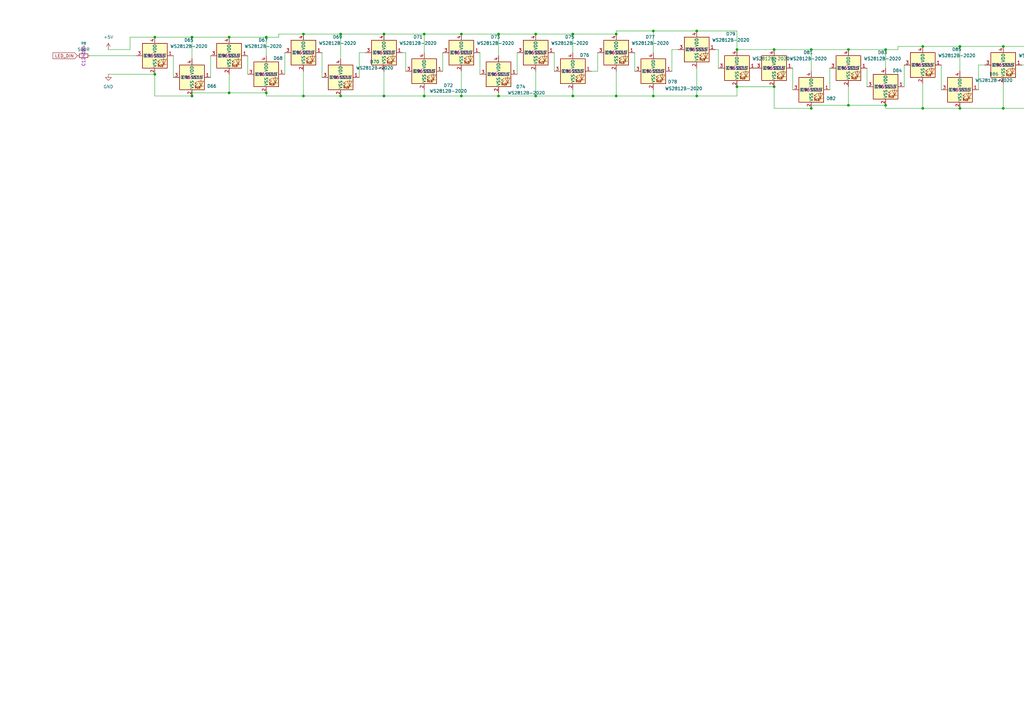
<source format=kicad_sch>
(kicad_sch (version 20250114) (generator "eeschema") (generator_version "9.0")
  (paper "A3")
  (junction (at 1318.26 40.64))
  (junction (at 317.5 20.32))
  (junction (at 488.95 19.05))
  (junction (at 234.95 13.97))
  (junction (at 825.5 45.72))
  (junction (at 1409.7 39.37))
  (junction (at 109.22 15.24))
  (junction (at 951.23 54.61))
  (junction (at 2012.95 49.53))
  (junction (at 1776.73 69.85))
  (junction (at 1489.71 64.77))
  (junction (at 363.22 20.32))
  (junction (at 1982.47 74.93))
  (junction (at 775.97 49.53))
  (junction (at 1268.73 34.29))
  (junction (at 302.26 35.56))
  (junction (at 204.47 39.37))
  (junction (at 1348.74 40.64))
  (junction (at 539.75 17.78))
  (junction (at 506.73 44.45))
  (junction (at 267.97 12.7))
  (junction (at 1140.46 59.69))
  (junction (at 458.47 44.45))
  (junction (at 1871.98 73.66))
  (junction (at 63.5 15.24))
  (junction (at 1318.26 55.88))
  (junction (at 1094.74 59.69))
  (junction (at 919.48 54.61))
  (junction (at 1459.23 39.37))
  (junction (at 1758.95 69.85))
  (junction (at 871.22 53.34))
  (junction (at 1079.5 35.56))
  (junction (at 1109.98 58.42))
  (junction (at 1474.47 64.77))
  (junction (at 427.99 19.05))
  (junction (at 810.26 30.48))
  (junction (at 1155.7 34.29))
  (junction (at 1617.98 45.72))
  (junction (at 901.7 54.61))
  (junction (at 521.97 44.45))
  (junction (at 1489.71 39.37))
  (junction (at 109.22 38.1))
  (junction (at 1537.97 64.77))
  (junction (at 1871.98 50.8))
  (junction (at 1697.99 44.45))
  (junction (at 742.95 24.13))
  (junction (at 996.95 29.21))
  (junction (at 1758.95 44.45))
  (junction (at 1064.26 50.8))
  (junction (at 1155.7 59.69))
  (junction (at 1522.73 39.37))
  (junction (at 647.7 24.13))
  (junction (at 1587.5 64.77))
  (junction (at 1951.99 74.93))
  (junction (at 556.26 44.45))
  (junction (at 1189.99 34.29))
  (junction (at 775.97 22.86))
  (junction (at 1713.23 69.85))
  (junction (at 473.71 44.45))
  (junction (at 1602.74 45.72))
  (junction (at 712.47 49.53))
  (junction (at 1220.47 59.69))
  (junction (at 1791.97 69.85))
  (junction (at 1443.99 39.37))
  (junction (at 1572.26 38.1))
  (junction (at 173.99 13.97))
  (junction (at 665.48 24.13))
  (junction (at 886.46 54.61))
  (junction (at 1809.75 69.85))
  (junction (at 1967.23 49.53))
  (junction (at 1967.23 74.93))
  (junction (at 1173.48 59.69))
  (junction (at 488.95 44.45))
  (junction (at 1728.47 69.85))
  (junction (at 760.73 24.13))
  (junction (at 886.46 29.21))
  (junction (at 1776.73 44.45))
  (junction (at 1379.22 40.64))
  (junction (at 1887.22 73.66))
  (junction (at 742.95 49.53))
  (junction (at 697.23 24.13))
  (junction (at 966.47 54.61))
  (junction (at 1902.46 49.53))
  (junction (at 665.48 49.53))
  (junction (at 1935.48 49.53))
  (junction (at 1283.97 33.02))
  (junction (at 1205.23 59.69))
  (junction (at 2045.97 49.53))
  (junction (at 793.75 22.86))
  (junction (at 855.98 53.34))
  (junction (at 1681.48 69.85))
  (junction (at 539.75 44.45))
  (junction (at 189.23 13.97))
  (junction (at 601.98 48.26))
  (junction (at 617.22 48.26))
  (junction (at 1587.5 45.72))
  (junction (at 840.74 54.61))
  (junction (at 378.46 19.05))
  (junction (at 601.98 25.4))
  (junction (at 1029.97 29.21))
  (junction (at 586.74 25.4))
  (junction (at 1301.75 33.02))
  (junction (at 1602.74 69.85))
  (junction (at 1250.95 34.29))
  (junction (at 189.23 39.37))
  (junction (at 2030.73 49.53))
  (junction (at 347.98 43.18))
  (junction (at 1235.71 34.29))
  (junction (at 93.98 15.24))
  (junction (at 219.71 13.97))
  (junction (at 1504.95 39.37))
  (junction (at 521.97 19.05))
  (junction (at 1841.5 50.8))
  (junction (at 1743.71 69.85))
  (junction (at 1951.99 49.53))
  (junction (at 332.74 44.45))
  (junction (at 793.75 49.53))
  (junction (at 1728.47 44.45))
  (junction (at 1555.75 38.1))
  (junction (at 571.5 25.4))
  (junction (at 1047.75 54.61))
  (junction (at 1887.22 50.8))
  (junction (at 1220.47 34.29))
  (junction (at 1997.71 74.93))
  (junction (at 810.26 45.72))
  (junction (at 1791.97 43.18))
  (junction (at 378.46 44.45))
  (junction (at 1633.22 45.72))
  (junction (at 1935.48 74.93))
  (junction (at 1125.22 35.56))
  (junction (at 1333.5 40.64))
  (junction (at 1826.26 66.04))
  (junction (at 1029.97 54.61))
  (junction (at 443.23 19.05))
  (junction (at 1572.26 64.77))
  (junction (at 124.46 13.97))
  (junction (at 157.48 39.37))
  (junction (at 1348.74 64.77))
  (junction (at 1394.46 39.37))
  (junction (at 1094.74 35.56))
  (junction (at 1459.23 64.77))
  (junction (at 855.98 30.48))
  (junction (at 124.46 39.37))
  (junction (at 363.22 43.18))
  (junction (at 1633.22 68.58))
  (junction (at 712.47 24.13))
  (junction (at 411.48 19.05))
  (junction (at 347.98 20.32))
  (junction (at 697.23 49.53))
  (junction (at 1663.7 44.45))
  (junction (at 332.74 20.32))
  (junction (at 1079.5 50.8))
  (junction (at 1379.22 63.5))
  (junction (at 63.5 30.48))
  (junction (at 1205.23 34.29))
  (junction (at 1826.26 50.8))
  (junction (at 219.71 39.37))
  (junction (at 1663.7 69.85))
  (junction (at 78.74 39.37))
  (junction (at 252.73 39.37))
  (junction (at 1648.46 44.45))
  (junction (at 1427.48 64.77))
  (junction (at 1743.71 44.45))
  (junction (at 1173.48 34.29))
  (junction (at 919.48 29.21))
  (junction (at 1982.47 49.53))
  (junction (at 267.97 39.37))
  (junction (at 571.5 44.45))
  (junction (at 1856.74 74.93))
  (junction (at 1250.95 59.69))
  (junction (at 966.47 29.21))
  (junction (at 1917.7 49.53))
  (junction (at 1064.26 35.56))
  (junction (at 951.23 29.21))
  (junction (at 1140.46 34.29))
  (junction (at 1394.46 64.77))
  (junction (at 556.26 17.78))
  (junction (at 252.73 13.97))
  (junction (at 285.75 39.37))
  (junction (at 1917.7 74.93))
  (junction (at 1409.7 64.77))
  (junction (at 2030.73 74.93))
  (junction (at 2063.75 48.26))
  (junction (at 632.46 49.53))
  (junction (at 393.7 44.45))
  (junction (at 427.99 44.45))
  (junction (at 727.71 24.13))
  (junction (at 173.99 39.37))
  (junction (at 1333.5 55.88))
  (junction (at 1697.99 69.85))
  (junction (at 760.73 49.53))
  (junction (at 93.98 38.1))
  (junction (at 234.95 39.37))
  (junction (at 458.47 19.05))
  (junction (at 1014.73 54.61))
  (junction (at 1555.75 64.77))
  (junction (at 1109.98 35.56))
  (junction (at 302.26 20.32))
  (junction (at 1427.48 39.37))
  (junction (at 139.7 13.97))
  (junction (at 586.74 49.53))
  (junction (at 935.99 54.61))
  (junction (at 1283.97 59.69))
  (junction (at 1363.98 63.5))
  (junction (at 157.48 13.97))
  (junction (at 1617.98 68.58))
  (junction (at 996.95 54.61))
  (junction (at 1047.75 27.94))
  (junction (at 473.71 19.05))
  (junction (at 617.22 25.4))
  (junction (at 1125.22 58.42))
  (junction (at 1504.95 64.77))
  (junction (at 825.5 30.48))
  (junction (at 2012.95 74.93))
  (junction (at 1301.75 59.69))
  (junction (at 901.7 29.21))
  (junction (at 1443.99 64.77))
  (junction (at 393.7 19.05))
  (junction (at 1522.73 64.77))
  (junction (at 1713.23 44.45))
  (junction (at 506.73 19.05))
  (junction (at 443.23 44.45))
  (junction (at 681.99 24.13))
  (junction (at 1014.73 29.21))
  (junction (at 78.74 15.24))
  (junction (at 981.71 29.21))
  (junction (at 1537.97 39.37))
  (junction (at 285.75 12.7))
  (junction (at 632.46 24.13))
  (junction (at 1681.48 44.45))
  (junction (at 727.71 49.53))
  (junction (at 1474.47 39.37))
  (junction (at 1363.98 40.64))
  (junction (at 1997.71 49.53))
  (junction (at 981.71 54.61))
  (junction (at 1856.74 50.8))
  (junction (at 681.99 49.53))
  (junction (at 1841.5 66.04))
  (junction (at 411.48 44.45))
  (junction (at 1809.75 43.18))
  (junction (at 204.47 13.97))
  (junction (at 840.74 30.48))
  (junction (at 1189.99 59.69))
  (junction (at 871.22 30.48))
  (junction (at 139.7 39.37))
  (junction (at 317.5 35.56))
  (junction (at 2045.97 74.93))
  (junction (at 1268.73 59.69))
  (junction (at 647.7 49.53))
  (junction (at 1235.71 59.69))
  (junction (at 1648.46 69.85))
  (junction (at 2063.75 74.93))
  (junction (at 935.99 29.21))
  (junction (at 1902.46 74.93))
  (no_connect (at 2089.15 63.5))
  (no_connect (at 2087.88 63.5))
  (wire (pts (xy 1250.95 57.15) (xy 1250.95 59.69)))
  (wire (pts (xy 132.08 21.59) (xy 132.08 31.75)))
  (wire (pts (xy 427.99 19.05) (xy 427.99 26.67)))
  (wire (pts (xy 1189.99 34.29) (xy 1205.23 34.29)))
  (wire (pts (xy 2012.95 49.53) (xy 2030.73 49.53)))
  (wire (pts (xy 1310.64 40.64) (xy 1309.37 40.64)))
  (wire (pts (xy 665.48 24.13) (xy 681.99 24.13)))
  (wire (pts (xy 411.48 44.45) (xy 427.99 44.45)))
  (wire (pts (xy 1427.48 64.77) (xy 1443.99 64.77)))
  (wire (pts (xy 735.33 31.75) (xy 735.33 39.37)))
  (wire (pts (xy 1617.98 60.96) (xy 1617.98 68.58)))
  (wire (pts (xy 1189.99 59.69) (xy 1189.99 57.15)))
  (wire (pts (xy 1555.75 38.1) (xy 1572.26 38.1)))
  (wire (pts (xy 1014.73 54.61) (xy 1029.97 54.61)))
  (wire (pts (xy 1348.74 40.64) (xy 1363.98 40.64)))
  (wire (pts (xy 1333.5 40.64) (xy 1348.74 40.64)))
  (wire (pts (xy 1522.73 54.61) (xy 1522.73 64.77)))
  (wire (pts (xy 1459.23 54.61) (xy 1459.23 64.77)))
  (wire (pts (xy 601.98 48.26) (xy 586.74 48.26)))
  (wire (pts (xy 157.48 39.37) (xy 173.99 39.37)))
  (wire (pts (xy 1014.73 29.21) (xy 1029.97 29.21)))
  (wire (pts (xy 285.75 39.37) (xy 267.97 39.37)))
  (wire (pts (xy 1917.7 49.53) (xy 1935.48 49.53)))
  (wire (pts (xy 1474.47 64.77) (xy 1459.23 64.77)))
  (wire (pts (xy 1427.48 54.61) (xy 1427.48 64.77)))
  (wire (pts (xy 1363.98 40.64) (xy 1379.22 40.64)))
  (wire (pts (xy 267.97 12.7) (xy 267.97 21.59)))
  (wire (pts (xy 793.75 49.53) (xy 775.97 49.53)))
  (wire (pts (xy 317.5 44.45) (xy 332.74 44.45)))
  (wire (pts (xy 840.74 53.34) (xy 840.74 54.61)))
  (wire (pts (xy 1530.35 46.99) (xy 1530.35 54.61)))
  (wire (pts (xy 1173.48 59.69) (xy 1189.99 59.69)))
  (wire (pts (xy 1029.97 29.21) (xy 1047.75 29.21)))
  (wire (pts (xy 1638.3 45.72) (xy 1638.3 44.45)))
  (wire (pts (xy 1220.47 58.42) (xy 1220.47 59.69)))
  (wire (pts (xy 996.95 54.61) (xy 981.71 54.61)))
  (wire (pts (xy 1910.08 57.15) (xy 1910.08 67.31)))
  (wire (pts (xy 1436.37 46.99) (xy 1436.37 54.61)))
  (wire (pts (xy 1182.37 41.91) (xy 1182.37 49.53)))
  (wire (pts (xy 539.75 44.45) (xy 521.97 44.45)))
  (wire (pts (xy 1333.5 55.88) (xy 1333.5 64.77)))
  (wire (pts (xy 825.5 30.48) (xy 840.74 30.48)))
  (wire (pts (xy 840.74 30.48) (xy 840.74 39.37)))
  (wire (pts (xy 1079.5 35.56) (xy 1094.74 35.56)))
  (wire (pts (xy 1125.22 35.56) (xy 1125.22 43.18)))
  (wire (pts (xy 1572.26 38.1) (xy 1587.5 38.1)))
  (wire (pts (xy 775.97 22.86) (xy 760.73 22.86)))
  (wire (pts (xy 252.73 12.7) (xy 252.73 13.97)))
  (wire (pts (xy 647.7 24.13) (xy 647.7 34.29)))
  (wire (pts (xy 1268.73 33.02) (xy 1268.73 34.29)))
  (wire (pts (xy 340.36 36.83) (xy 340.36 27.94)))
  (wire (pts (xy 1697.99 69.85) (xy 1697.99 67.31)))
  (wire (pts (xy 697.23 24.13) (xy 712.47 24.13)))
  (wire (pts (xy 114.3 13.97) (xy 124.46 13.97)))
  (wire (pts (xy 1587.5 60.96) (xy 1587.5 64.77)))
  (wire (pts (xy 1348.74 40.64) (xy 1348.74 49.53)))
  (wire (pts (xy 579.12 33.02) (xy 579.12 41.91)))
  (wire (pts (xy 1818.64 50.8) (xy 1818.64 58.42)))
  (wire (pts (xy 2030.73 64.77) (xy 2030.73 74.93)))
  (wire (pts (xy 1109.98 58.42) (xy 1094.74 58.42)))
  (wire (pts (xy 981.71 54.61) (xy 966.47 54.61)))
  (wire (pts (xy 1130.3 35.56) (xy 1130.3 34.29)))
  (wire (pts (xy 1633.22 45.72) (xy 1633.22 53.34)))
  (wire (pts (xy 1713.23 59.69) (xy 1713.23 69.85)))
  (wire (pts (xy 1109.98 50.8) (xy 1109.98 58.42)))
  (wire (pts (xy 712.47 24.13) (xy 727.71 24.13)))
  (wire (pts (xy 1522.73 39.37) (xy 1537.97 39.37)))
  (wire (pts (xy 1871.98 66.04) (xy 1871.98 73.66)))
  (wire (pts (xy 466.09 35.56) (xy 466.09 26.67)))
  (wire (pts (xy 1261.11 49.53) (xy 1261.11 41.91)))
  (wire (pts (xy 1743.71 69.85) (xy 1728.47 69.85)))
  (wire (pts (xy 1990.09 66.04) (xy 1990.09 57.15)))
  (wire (pts (xy 1871.98 50.8) (xy 1887.22 50.8)))
  (wire (pts (xy 1250.95 34.29) (xy 1268.73 34.29)))
  (wire (pts (xy 1489.71 54.61) (xy 1489.71 64.77)))
  (wire (pts (xy 1504.95 39.37) (xy 1504.95 46.99)))
  (wire (pts (xy 488.95 44.45) (xy 473.71 44.45)))
  (wire (pts (xy 285.75 12.7) (xy 267.97 12.7)))
  (wire (pts (xy 1944.37 57.15) (xy 1944.37 64.77)))
  (wire (pts (xy 285.75 12.7) (xy 302.26 12.7)))
  (wire (pts (xy 2072.64 55.88) (xy 2071.37 55.88)))
  (wire (pts (xy 1982.47 73.66) (xy 1982.47 74.93)))
  (wire (pts (xy 1887.22 50.8) (xy 1887.22 58.42)))
  (wire (pts (xy 488.95 41.91) (xy 488.95 44.45)))
  (wire (pts (xy 1776.73 59.69) (xy 1776.73 69.85)))
  (wire (pts (xy 1148.08 41.91) (xy 1148.08 52.07)))
  (wire (pts (xy 347.98 43.18) (xy 332.74 43.18)))
  (wire (pts (xy 1587.5 45.72) (xy 1602.74 45.72)))
  (wire (pts (xy 1697.99 44.45) (xy 1713.23 44.45)))
  (wire (pts (xy 302.26 20.32) (xy 317.5 20.32)))
  (wire (pts (xy 1235.71 59.69) (xy 1220.47 59.69)))
  (wire (pts (xy 521.97 19.05) (xy 539.75 19.05)))
  (wire (pts (xy 1617.98 68.58) (xy 1602.74 68.58)))
  (wire (pts (xy 665.48 49.53) (xy 681.99 49.53)))
  (wire (pts (xy 855.98 30.48) (xy 871.22 30.48)))
  (wire (pts (xy 1117.6 43.18) (xy 1117.6 50.8)))
  (wire (pts (xy 1235.71 34.29) (xy 1250.95 34.29)))
  (wire (pts (xy 1564.64 45.72) (xy 1563.37 45.72)))
  (wire (pts (xy 1776.73 69.85) (xy 1791.97 69.85)))
  (wire (pts (xy 1250.95 34.29) (xy 1250.95 41.91)))
  (wire (pts (xy 294.64 20.32) (xy 294.64 27.94)))
  (wire (pts (xy 1728.47 69.85) (xy 1713.23 69.85)))
  (wire (pts (xy 1818.64 50.8) (xy 1817.37 50.8)))
  (wire (pts (xy 632.46 39.37) (xy 632.46 49.53)))
  (wire (pts (xy 1443.99 39.37) (xy 1459.23 39.37)))
  (wire (pts (xy 876.3 30.48) (xy 876.3 29.21)))
  (wire (pts (xy 458.47 19.05) (xy 458.47 27.94)))
  (wire (pts (xy 1633.22 68.58) (xy 1617.98 68.58)))
  (wire (pts (xy 760.73 49.53) (xy 775.97 49.53)))
  (wire (pts (xy 901.7 54.61) (xy 919.48 54.61)))
  (wire (pts (xy 1595.12 53.34) (xy 1595.12 62.23)))
  (wire (pts (xy 496.57 34.29) (xy 499.11 34.29)))
  (wire (pts (xy 93.98 38.1) (xy 78.74 38.1)))
  (wire (pts (xy 2063.75 63.5) (xy 2063.75 74.93)))
  (wire (pts (xy 212.09 30.48) (xy 212.09 21.59)))
  (wire (pts (xy 1125.22 59.69) (xy 1125.22 58.42)))
  (wire (pts (xy 2030.73 74.93) (xy 2045.97 74.93)))
  (wire (pts (xy 1736.09 60.96) (xy 1736.09 52.07)))
  (wire (pts (xy 78.74 15.24) (xy 93.98 15.24)))
  (wire (pts (xy 1826.26 50.8) (xy 1841.5 50.8)))
  (wire (pts (xy 1409.7 39.37) (xy 1427.48 39.37)))
  (wire (pts (xy 1109.98 35.56) (xy 1125.22 35.56)))
  (wire (pts (xy 2072.64 55.88) (xy 2072.64 63.5)))
  (wire (pts (xy 219.71 39.37) (xy 204.47 39.37)))
  (wire (pts (xy 681.99 49.53) (xy 681.99 46.99)))
  (wire (pts (xy 1301.75 59.69) (xy 1283.97 59.69)))
  (wire (pts (xy 2023.11 64.77) (xy 2023.11 57.15)))
  (wire (pts (xy 802.64 30.48) (xy 802.64 38.1)))
  (wire (pts (xy 760.73 22.86) (xy 760.73 24.13)))
  (wire (pts (xy 1625.6 53.34) (xy 1625.6 60.96)))
  (wire (pts (xy 317.5 20.32) (xy 332.74 20.32)))
  (wire (pts (xy 1474.47 63.5) (xy 1474.47 64.77)))
  (wire (pts (xy 1504.95 64.77) (xy 1522.73 64.77)))
  (wire (pts (xy 1522.73 64.77) (xy 1537.97 64.77)))
  (wire (pts (xy 109.22 15.24) (xy 109.22 22.86)))
  (wire (pts (xy 1318.26 40.64) (xy 1333.5 40.64)))
  (wire (pts (xy 124.46 13.97) (xy 139.7 13.97)))
  (wire (pts (xy 1181.1 41.91) (xy 1182.37 41.91)))
  (wire (pts (xy 53.34 15.24) (xy 53.34 20.32)))
  (wire (pts (xy 1130.3 34.29) (xy 1140.46 34.29)))
  (wire (pts (xy 363.22 44.45) (xy 363.22 43.18)))
  (wire (pts (xy 1758.95 44.45) (xy 1758.95 52.07)))
  (wire (pts (xy 1064.26 50.8) (xy 1064.26 54.61)))
  (wire (pts (xy 674.37 31.75) (xy 674.37 39.37)))
  (wire (pts (xy 1341.12 48.26) (xy 1341.12 57.15)))
  (wire (pts (xy 571.5 44.45) (xy 571.5 49.53)))
  (wire (pts (xy 958.85 36.83) (xy 958.85 45.72)))
  (wire (pts (xy 2063.75 49.53) (xy 2063.75 48.26)))
  (wire (pts (xy 673.1 31.75) (xy 674.37 31.75)))
  (wire (pts (xy 1384.3 40.64) (xy 1384.3 39.37)))
  (wire (pts (xy 1758.95 67.31) (xy 1758.95 69.85)))
  (wire (pts (xy 78.74 38.1) (xy 78.74 39.37)))
  (wire (pts (xy 1537.97 62.23) (xy 1537.97 64.77)))
  (wire (pts (xy 539.75 19.05) (xy 539.75 17.78)))
  (wire (pts (xy 302.26 39.37) (xy 285.75 39.37)))
  (wire (pts (xy 1663.7 69.85) (xy 1681.48 69.85)))
  (wire (pts (xy 871.22 53.34) (xy 855.98 53.34)))
  (wire (pts (xy 1409.7 39.37) (xy 1409.7 49.53)))
  (wire (pts (xy 317.5 35.56) (xy 317.5 44.45)))
  (wire (pts (xy 1163.32 41.91) (xy 1165.86 41.91)))
  (wire (pts (xy 499.11 34.29) (xy 499.11 26.67)))
  (wire (pts (xy 825.5 45.72) (xy 825.5 54.61)))
  (wire (pts (xy 981.71 29.21) (xy 996.95 29.21)))
  (wire (pts (xy 647.7 24.13) (xy 665.48 24.13)))
  (wire (pts (xy 427.99 19.05) (xy 443.23 19.05)))
  (wire (pts (xy 1982.47 74.93) (xy 1967.23 74.93)))
  (wire (pts (xy 1892.3 49.53) (xy 1902.46 49.53)))
  (wire (pts (xy 1697.99 44.45) (xy 1697.99 52.07)))
  (wire (pts (xy 1648.46 59.69) (xy 1648.46 69.85)))
  (wire (pts (xy 370.84 35.56) (xy 370.84 26.67)))
  (wire (pts (xy 1545.59 45.72) (xy 1548.13 45.72)))
  (wire (pts (xy 363.22 20.32) (xy 368.3 20.32)))
  (wire (pts (xy 488.95 19.05) (xy 488.95 26.67)))
  (wire (pts (xy 1427.48 39.37) (xy 1443.99 39.37)))
  (wire (pts (xy 1917.7 74.93) (xy 1935.48 74.93)))
  (wire (pts (xy 1363.98 55.88) (xy 1363.98 63.5)))
  (wire (pts (xy 1459.23 39.37) (xy 1474.47 39.37)))
  (wire (pts (xy 655.32 41.91) (xy 655.32 31.75)))
  (wire (pts (xy 909.32 46.99) (xy 909.32 36.83)))
  (wire (pts (xy 996.95 52.07) (xy 996.95 54.61)))
  (wire (pts (xy 1935.48 64.77) (xy 1935.48 74.93)))
  (wire (pts (xy 919.48 29.21) (xy 935.99 29.21)))
  (wire (pts (xy 1220.47 59.69) (xy 1205.23 59.69)))
  (wire (pts (xy 1809.75 58.42) (xy 1809.75 69.85)))
  (wire (pts (xy 1967.23 64.77) (xy 1967.23 74.93)))
  (wire (pts (xy 1743.71 59.69) (xy 1743.71 69.85)))
  (wire (pts (xy 78.74 15.24) (xy 78.74 24.13)))
  (wire (pts (xy 556.26 17.78) (xy 556.26 25.4)))
  (wire (pts (xy 275.59 20.32) (xy 278.13 20.32)))
  (wire (pts (xy 1943.1 57.15) (xy 1944.37 57.15)))
  (wire (pts (xy 712.47 49.53) (xy 697.23 49.53)))
  (wire (pts (xy 355.6 27.94) (xy 355.6 35.56)))
  (wire (pts (xy 1276.35 41.91) (xy 1276.35 49.53)))
  (wire (pts (xy 1291.59 49.53) (xy 1291.59 40.64)))
  (wire (pts (xy 1047.75 27.94) (xy 1064.26 27.94)))
  (wire (pts (xy 878.84 45.72) (xy 878.84 36.83)))
  (wire (pts (xy 481.33 26.67) (xy 481.33 34.29)))
  (wire (pts (xy 1997.71 49.53) (xy 2012.95 49.53)))
  (wire (pts (xy 1243.33 41.91) (xy 1243.33 49.53)))
  (wire (pts (xy 1537.97 39.37) (xy 1555.75 39.37)))
  (wire (pts (xy 1713.23 44.45) (xy 1728.47 44.45)))
  (wire (pts (xy 189.23 29.21) (xy 189.23 39.37)))
  (wire (pts (xy 989.33 36.83) (xy 989.33 44.45)))
  (wire (pts (xy 617.22 25.4) (xy 617.22 33.02)))
  (wire (pts (xy 1705.61 52.07) (xy 1705.61 59.69)))
  (wire (pts (xy 53.34 20.32) (xy 44.45 20.32)))
  (wire (pts (xy 2012.95 72.39) (xy 2012.95 74.93)))
  (wire (pts (xy 1826.26 66.04) (xy 1826.26 69.85)))
  (wire (pts (xy 427.99 44.45) (xy 427.99 41.91)))
  (wire (pts (xy 285.75 27.94) (xy 285.75 39.37)))
  (wire (pts (xy 1935.48 74.93) (xy 1951.99 74.93)))
  (wire (pts (xy 1951.99 49.53) (xy 1951.99 57.15)))
  (wire (pts (xy 450.85 26.67) (xy 450.85 35.56)))
  (wire (pts (xy 1648.46 69.85) (xy 1663.7 69.85)))
  (wire (pts (xy 1268.73 59.69) (xy 1283.97 59.69)))
  (wire (pts (xy 267.97 12.7) (xy 252.73 12.7)))
  (wire (pts (xy 775.97 22.86) (xy 775.97 31.75)))
  (wire (pts (xy 189.23 13.97) (xy 204.47 13.97)))
  (wire (pts (xy 1681.48 59.69) (xy 1681.48 69.85)))
  (wire (pts (xy 617.22 49.53) (xy 632.46 49.53)))
  (wire (pts (xy 506.73 19.05) (xy 521.97 19.05)))
  (wire (pts (xy 1951.99 74.93) (xy 1951.99 72.39)))
  (wire (pts (xy 647.7 49.53) (xy 665.48 49.53)))
  (wire (pts (xy 53.34 15.24) (xy 63.5 15.24)))
  (wire (pts (xy 1681.48 44.45) (xy 1697.99 44.45)))
  (wire (pts (xy 1887.22 74.93) (xy 1902.46 74.93)))
  (wire (pts (xy 1205.23 34.29) (xy 1220.47 34.29)))
  (wire (pts (xy 1022.35 36.83) (xy 1022.35 44.45)))
  (wire (pts (xy 378.46 44.45) (xy 393.7 44.45)))
  (wire (pts (xy 1809.75 43.18) (xy 1826.26 43.18)))
  (wire (pts (xy 181.61 21.59) (xy 181.61 29.21)))
  (wire (pts (xy 245.11 29.21) (xy 245.11 21.59)))
  (wire (pts (xy 1371.6 48.26) (xy 1371.6 55.88)))
  (wire (pts (xy 411.48 19.05) (xy 427.99 19.05)))
  (wire (pts (xy 742.95 24.13) (xy 760.73 24.13)))
  (wire (pts (xy 1572.26 38.1) (xy 1572.26 45.72)))
  (wire (pts (xy 1220.47 34.29) (xy 1220.47 43.18)))
  (wire (pts (xy 742.95 24.13) (xy 742.95 31.75)))
  (wire (pts (xy 1459.23 64.77) (xy 1443.99 64.77)))
  (wire (pts (xy 712.47 24.13) (xy 712.47 33.02)))
  (wire (pts (xy 252.73 39.37) (xy 267.97 39.37)))
  (wire (pts (xy 855.98 45.72) (xy 855.98 53.34)))
  (wire (pts (xy 1318.26 55.88) (xy 1333.5 55.88)))
  (wire (pts (xy 622.3 24.13) (xy 632.46 24.13)))
  (wire (pts (xy 173.99 13.97) (xy 189.23 13.97)))
  (wire (pts (xy 1197.61 41.91) (xy 1197.61 49.53)))
  (wire (pts (xy 1386.84 55.88) (xy 1386.84 46.99)))
  (wire (pts (xy 681.99 24.13) (xy 681.99 31.75)))
  (wire (pts (xy 1892.3 50.8) (xy 1892.3 49.53)))
  (wire (pts (xy 1572.26 60.96) (xy 1572.26 64.77)))
  (wire (pts (xy 1663.7 44.45) (xy 1663.7 54.61)))
  (wire (pts (xy 173.99 39.37) (xy 173.99 36.83)))
  (wire (pts (xy 1564.64 45.72) (xy 1564.64 53.34)))
  (wire (pts (xy 1769.11 59.69) (xy 1769.11 52.07)))
  (wire (pts (xy 1029.97 29.21) (xy 1029.97 36.83)))
  (wire (pts (xy 411.48 34.29) (xy 411.48 44.45)))
  (wire (pts (xy 109.22 39.37) (xy 109.22 38.1)))
  (wire (pts (xy 347.98 20.32) (xy 363.22 20.32)))
  (wire (pts (xy 1555.75 64.77) (xy 1537.97 64.77)))
  (wire (pts (xy 556.26 40.64) (xy 556.26 44.45)))
  (wire (pts (xy 1268.73 49.53) (xy 1268.73 59.69)))
  (wire (pts (xy 473.71 44.45) (xy 458.47 44.45)))
  (wire (pts (xy 363.22 43.18) (xy 347.98 43.18)))
  (wire (pts (xy 1489.71 39.37) (xy 1504.95 39.37)))
  (wire (pts (xy 234.95 39.37) (xy 252.73 39.37)))
  (wire (pts (xy 458.47 43.18) (xy 458.47 44.45)))
  (wire (pts (xy 1617.98 45.72) (xy 1633.22 45.72)))
  (wire (pts (xy 234.95 39.37) (xy 219.71 39.37)))
  (wire (pts (xy 93.98 30.48) (xy 93.98 38.1)))
  (wire (pts (xy 275.59 29.21) (xy 275.59 20.32)))
  (wire (pts (xy 996.95 54.61) (xy 1014.73 54.61)))
  (wire (pts (xy 204.47 38.1) (xy 204.47 39.37)))
  (wire (pts (xy 139.7 13.97) (xy 139.7 24.13)))
  (wire (pts (xy 1482.09 55.88) (xy 1482.09 46.99)))
  (wire (pts (xy 219.71 13.97) (xy 234.95 13.97)))
  (wire (pts (xy 325.12 27.94) (xy 325.12 36.83)))
  (wire (pts (xy 951.23 29.21) (xy 966.47 29.21)))
  (wire (pts (xy 393.7 19.05) (xy 393.7 29.21)))
  (wire (pts (xy 996.95 29.21) (xy 996.95 36.83)))
  (wire (pts (xy 1250.95 59.69) (xy 1268.73 59.69)))
  (wire (pts (xy 1809.75 69.85) (xy 1791.97 69.85)))
  (wire (pts (xy 1301.75 33.02) (xy 1283.97 33.02)))
  (wire (pts (xy 1504.95 64.77) (xy 1489.71 64.77)))
  (wire (pts (xy 1291.59 40.64) (xy 1294.13 40.64)))
  (wire (pts (xy 1587.5 69.85) (xy 1602.74 69.85)))
  (wire (pts (xy 1671.32 52.07) (xy 1673.86 52.07)))
  (wire (pts (xy 63.5 15.24) (xy 78.74 15.24)))
  (wire (pts (xy 848.36 46.99) (xy 848.36 38.1)))
  (wire (pts (xy 886.46 44.45) (xy 886.46 54.61)))
  (wire (pts (xy 521.97 41.91) (xy 521.97 44.45)))
  (wire (pts (xy 539.75 17.78) (xy 556.26 17.78)))
  (wire (pts (xy 943.61 36.83) (xy 943.61 44.45)))
  (wire (pts (xy 1671.32 62.23) (xy 1671.32 52.07)))
  (wire (pts (xy 2005.33 57.15) (xy 2005.33 64.77)))
  (wire (pts (xy 1799.59 50.8) (xy 1802.13 50.8)))
  (wire (pts (xy 586.74 25.4) (xy 586.74 34.29)))
  (wire (pts (xy 1489.71 64.77) (xy 1474.47 64.77)))
  (wire (pts (xy 1064.26 27.94) (xy 1064.26 35.56)))
  (wire (pts (xy 1887.22 73.66) (xy 1871.98 73.66)))
  (wire (pts (xy 871.22 54.61) (xy 871.22 53.34)))
  (wire (pts (xy 1029.97 52.07) (xy 1029.97 54.61)))
  (wire (pts (xy 1384.3 39.37) (xy 1394.46 39.37)))
  (wire (pts (xy 742.95 49.53) (xy 760.73 49.53)))
  (wire (pts (xy 1720.85 52.07) (xy 1720.85 60.96)))
  (wire (pts (xy 1140.46 49.53) (xy 1140.46 59.69)))
  (wire (pts (xy 871.22 54.61) (xy 886.46 54.61)))
  (wire (pts (xy 871.22 30.48) (xy 871.22 38.1)))
  (wire (pts (xy 1258.57 49.53) (xy 1261.11 49.53)))
  (wire (pts (xy 124.46 29.21) (xy 124.46 39.37)))
  (wire (pts (xy 347.98 35.56) (xy 347.98 43.18)))
  (wire (pts (xy 302.26 35.56) (xy 317.5 35.56)))
  (wire (pts (xy 1318.26 59.69) (xy 1301.75 59.69)))
  (wire (pts (xy 1047.75 43.18) (xy 1047.75 54.61)))
  (wire (pts (xy 2045.97 72.39) (xy 2045.97 74.93)))
  (wire (pts (xy 204.47 13.97) (xy 219.71 13.97)))
  (wire (pts (xy 1967.23 74.93) (xy 1951.99 74.93)))
  (wire (pts (xy 810.26 30.48) (xy 810.26 22.86)))
  (wire (pts (xy 1497.33 46.99) (xy 1497.33 54.61)))
  (wire (pts (xy 1648.46 44.45) (xy 1663.7 44.45)))
  (wire (pts (xy 727.71 24.13) (xy 742.95 24.13)))
  (wire (pts (xy 617.22 25.4) (xy 622.3 25.4)))
  (wire (pts (xy 1784.35 52.07) (xy 1784.35 59.69)))
  (wire (pts (xy 2012.95 74.93) (xy 2030.73 74.93)))
  (wire (pts (xy 1301.75 33.02) (xy 1318.26 33.02)))
  (wire (pts (xy 594.36 41.91) (xy 594.36 33.02)))
  (wire (pts (xy 1417.32 46.99) (xy 1419.86 46.99)))
  (wire (pts (xy 401.32 26.67) (xy 403.86 26.67)))
  (wire (pts (xy 139.7 13.97) (xy 157.48 13.97)))
  (wire (pts (xy 1056.64 35.56) (xy 1056.64 43.18)))
  (wire (pts (xy 1826.26 66.04) (xy 1841.5 66.04)))
  (wire (pts (xy 1758.95 69.85) (xy 1776.73 69.85)))
  (wire (pts (xy 1925.32 67.31) (xy 1925.32 57.15)))
  (wire (pts (xy 1435.1 46.99) (xy 1436.37 46.99)))
  (wire (pts (xy 2063.75 74.93) (xy 2045.97 74.93)))
  (wire (pts (xy 1728.47 44.45) (xy 1728.47 53.34)))
  (wire (pts (xy 1504.95 62.23) (xy 1504.95 64.77)))
  (wire (pts (xy 1728.47 68.58) (xy 1728.47 69.85)))
  (wire (pts (xy 1587.5 64.77) (xy 1587.5 69.85)))
  (wire (pts (xy 2030.73 49.53) (xy 2045.97 49.53)))
  (wire (pts (xy 1283.97 33.02) (xy 1268.73 33.02)))
  (wire (pts (xy 1959.61 57.15) (xy 1959.61 64.77)))
  (wire (pts (xy 886.46 29.21) (xy 901.7 29.21)))
  (wire (pts (xy 793.75 22.86) (xy 775.97 22.86)))
  (wire (pts (xy 1125.22 58.42) (xy 1109.98 58.42)))
  (wire (pts (xy 624.84 40.64) (xy 624.84 31.75)))
  (wire (pts (xy 521.97 19.05) (xy 521.97 26.67)))
  (wire (pts (xy 1301.75 48.26) (xy 1301.75 59.69)))
  (wire (pts (xy 1849.12 58.42) (xy 1849.12 67.31)))
  (wire (pts (xy 109.22 38.1) (xy 93.98 38.1)))
  (wire (pts (xy 1587.5 38.1) (xy 1587.5 45.72)))
  (wire (pts (xy 966.47 53.34) (xy 966.47 54.61)))
  (wire (pts (xy 571.5 17.78) (xy 571.5 25.4)))
  (wire (pts (xy 2012.95 49.53) (xy 2012.95 57.15)))
  (wire (pts (xy 1379.22 40.64) (xy 1379.22 48.26)))
  (wire (pts (xy 909.32 36.83) (xy 911.86 36.83)))
  (wire (pts (xy 1064.26 50.8) (xy 1079.5 50.8)))
  (wire (pts (xy 1633.22 45.72) (xy 1638.3 45.72)))
  (wire (pts (xy 1379.22 40.64) (xy 1384.3 40.64)))
  (wire (pts (xy 901.7 29.21) (xy 901.7 39.37)))
  (wire (pts (xy 1379.22 64.77) (xy 1379.22 63.5)))
  (wire (pts (xy 189.23 39.37) (xy 173.99 39.37)))
  (wire (pts (xy 1982.47 49.53) (xy 1997.71 49.53)))
  (wire (pts (xy 196.85 21.59) (xy 196.85 30.48)))
  (wire (pts (xy 1466.85 46.99) (xy 1466.85 55.88)))
  (wire (pts (xy 1189.99 34.29) (xy 1189.99 41.91)))
  (wire (pts (xy 1841.5 74.93) (xy 1856.74 74.93)))
  (wire (pts (xy 863.6 38.1) (xy 863.6 45.72)))
  (wire (pts (xy 1856.74 50.8) (xy 1871.98 50.8)))
  (wire (pts (xy 876.3 29.21) (xy 886.46 29.21)))
  (wire (pts (xy 386.08 26.67) (xy 386.08 36.83)))
  (wire (pts (xy 1402.08 46.99) (xy 1402.08 57.15)))
  (wire (pts (xy 1155.7 59.69) (xy 1173.48 59.69)))
  (wire (pts (xy 1394.46 39.37) (xy 1409.7 39.37)))
  (wire (pts (xy 1982.47 49.53) (xy 1982.47 58.42)))
  (wire (pts (xy 571.5 40.64) (xy 571.5 44.45)))
  (wire (pts (xy 1004.57 44.45) (xy 1007.11 44.45)))
  (wire (pts (xy 1610.36 62.23) (xy 1610.36 53.34)))
  (wire (pts (xy 1545.59 54.61) (xy 1545.59 45.72)))
  (wire (pts (xy 901.7 29.21) (xy 919.48 29.21)))
  (wire (pts (xy 157.48 13.97) (xy 173.99 13.97)))
  (wire (pts (xy 173.99 13.97) (xy 173.99 21.59)))
  (wire (pts (xy 506.73 44.45) (xy 521.97 44.45)))
  (wire (pts (xy 1871.98 73.66) (xy 1856.74 73.66)))
  (wire (pts (xy 204.47 13.97) (xy 204.47 22.86)))
  (wire (pts (xy 63.5 30.48) (xy 63.5 39.37)))
  (wire (pts (xy 1555.75 39.37) (xy 1555.75 38.1)))
  (wire (pts (xy 586.74 48.26) (xy 586.74 49.53)))
  (wire (pts (xy 1776.73 43.18) (xy 1776.73 44.45)))
  (wire (pts (xy 783.59 39.37) (xy 783.59 30.48)))
  (wire (pts (xy 1212.85 41.91) (xy 1212.85 50.8)))
  (wire (pts (xy 1140.46 59.69) (xy 1155.7 59.69)))
  (wire (pts (xy 1997.71 74.93) (xy 1982.47 74.93)))
  (wire (pts (xy 1220.47 34.29) (xy 1235.71 34.29)))
  (wire (pts (xy 44.45 30.48) (xy 63.5 30.48)))
  (wire (pts (xy 617.22 49.53) (xy 617.22 48.26)))
  (wire (pts (xy 966.47 29.21) (xy 981.71 29.21)))
  (wire (pts (xy 234.95 13.97) (xy 234.95 21.59)))
  (wire (pts (xy 622.3 25.4) (xy 622.3 24.13)))
  (wire (pts (xy 1140.46 34.29) (xy 1155.7 34.29)))
  (wire (pts (xy 2080.26 71.12) (xy 2080.26 74.93)))
  (wire (pts (xy 1394.46 64.77) (xy 1409.7 64.77)))
  (wire (pts (xy 1318.26 55.88) (xy 1318.26 59.69)))
  (wire (pts (xy 1640.84 60.96) (xy 1640.84 52.07)))
  (wire (pts (xy 919.48 44.45) (xy 919.48 54.61)))
  (wire (pts (xy 2080.26 48.26) (xy 2080.26 55.88)))
  (wire (pts (xy 1902.46 49.53) (xy 1917.7 49.53)))
  (wire (pts (xy 234.95 13.97) (xy 252.73 13.97)))
  (wire (pts (xy 617.22 48.26) (xy 601.98 48.26)))
  (wire (pts (xy 1310.64 40.64) (xy 1310.64 48.26)))
  (wire (pts (xy 506.73 34.29) (xy 506.73 44.45)))
  (wire (pts (xy 810.26 30.48) (xy 825.5 30.48)))
  (wire (pts (xy 760.73 39.37) (xy 760.73 49.53)))
  (wire (pts (xy 1887.22 50.8) (xy 1892.3 50.8)))
  (wire (pts (xy 966.47 54.61) (xy 951.23 54.61)))
  (wire (pts (xy 974.09 45.72) (xy 974.09 36.83)))
  (wire (pts (xy 473.71 19.05) (xy 488.95 19.05)))
  (wire (pts (xy 419.1 26.67) (xy 420.37 26.67)))
  (wire (pts (xy 488.95 19.05) (xy 506.73 19.05)))
  (wire (pts (xy 2063.75 48.26) (xy 2080.26 48.26)))
  (wire (pts (xy 1689.1 52.07) (xy 1690.37 52.07)))
  (wire (pts (xy 116.84 30.48) (xy 116.84 21.59)))
  (wire (pts (xy 1602.74 68.58) (xy 1602.74 69.85)))
  (wire (pts (xy 556.26 17.78) (xy 571.5 17.78)))
  (wire (pts (xy 1356.36 57.15) (xy 1356.36 48.26)))
  (wire (pts (xy 681.99 24.13) (xy 697.23 24.13)))
  (wire (pts (xy 810.26 49.53) (xy 793.75 49.53)))
  (wire (pts (xy 1512.57 54.61) (xy 1515.11 54.61)))
  (wire (pts (xy 768.35 31.75) (xy 768.35 39.37)))
  (wire (pts (xy 1079.5 59.69) (xy 1094.74 59.69)))
  (wire (pts (xy 1967.23 49.53) (xy 1982.47 49.53)))
  (wire (pts (xy 363.22 20.32) (xy 363.22 27.94)))
  (wire (pts (xy 556.26 44.45) (xy 539.75 44.45)))
  (wire (pts (xy 1515.11 54.61) (xy 1515.11 46.99)))
  (wire (pts (xy 655.32 31.75) (xy 657.86 31.75)))
  (wire (pts (xy 1155.7 34.29) (xy 1173.48 34.29)))
  (wire (pts (xy 63.5 39.37) (xy 78.74 39.37)))
  (wire (pts (xy 2053.59 55.88) (xy 2056.13 55.88)))
  (wire (pts (xy 1094.74 58.42) (xy 1094.74 59.69)))
  (wire (pts (xy 996.95 29.21) (xy 1014.73 29.21)))
  (wire (pts (xy 1743.71 44.45) (xy 1758.95 44.45)))
  (wire (pts (xy 1102.36 52.07) (xy 1102.36 43.18)))
  (wire (pts (xy 1826.26 69.85) (xy 1809.75 69.85)))
  (wire (pts (xy 1537.97 39.37) (xy 1537.97 46.99)))
  (wire (pts (xy 1094.74 35.56) (xy 1109.98 35.56)))
  (wire (pts (xy 1887.22 74.93) (xy 1887.22 73.66)))
  (wire (pts (xy 632.46 24.13) (xy 647.7 24.13)))
  (wire (pts (xy 539.75 33.02) (xy 539.75 44.45)))
  (wire (pts (xy 833.12 38.1) (xy 833.12 46.99)))
  (wire (pts (xy 810.26 45.72) (xy 825.5 45.72)))
  (wire (pts (xy 793.75 38.1) (xy 793.75 49.53)))
  (wire (pts (xy 252.73 29.21) (xy 252.73 39.37)))
  (wire (pts (xy 242.57 29.21) (xy 245.11 29.21)))
  (wire (pts (xy 420.37 26.67) (xy 420.37 34.29)))
  (wire (pts (xy 1064.26 35.56) (xy 1079.5 35.56)))
  (wire (pts (xy 1155.7 34.29) (xy 1155.7 44.45)))
  (wire (pts (xy 2080.26 74.93) (xy 2063.75 74.93)))
  (wire (pts (xy 227.33 21.59) (xy 227.33 29.21)))
  (wire (pts (xy 1791.97 67.31) (xy 1791.97 69.85)))
  (wire (pts (xy 1894.84 66.04) (xy 1894.84 57.15)))
  (wire (pts (xy 1333.5 64.77) (xy 1348.74 64.77)))
  (wire (pts (xy 802.64 30.48) (xy 801.37 30.48)))
  (wire (pts (xy 1602.74 45.72) (xy 1617.98 45.72)))
  (wire (pts (xy 458.47 19.05) (xy 473.71 19.05)))
  (wire (pts (xy 2045.97 49.53) (xy 2063.75 49.53)))
  (wire (pts (xy 783.59 30.48) (xy 786.13 30.48)))
  (wire (pts (xy 1758.95 44.45) (xy 1776.73 44.45)))
  (wire (pts (xy 1014.73 44.45) (xy 1014.73 54.61)))
  (wire (pts (xy 2053.59 64.77) (xy 2053.59 55.88)))
  (wire (pts (xy 1451.61 46.99) (xy 1451.61 54.61)))
  (wire (pts (xy 1318.26 40.64) (xy 1318.26 33.02)))
  (wire (pts (xy 1125.22 59.69) (xy 1140.46 59.69)))
  (wire (pts (xy 742.95 49.53) (xy 727.71 49.53)))
  (wire (pts (xy 1663.7 44.45) (xy 1681.48 44.45)))
  (wire (pts (xy 2038.35 57.15) (xy 2038.35 64.77)))
  (wire (pts (xy 886.46 54.61) (xy 901.7 54.61)))
  (wire (pts (xy 1856.74 73.66) (xy 1856.74 74.93)))
  (wire (pts (xy 1064.26 54.61) (xy 1047.75 54.61)))
  (wire (pts (xy 928.37 36.83) (xy 928.37 44.45)))
  (wire (pts (xy 1094.74 35.56) (xy 1094.74 44.45)))
  (wire (pts (xy 935.99 54.61) (xy 935.99 52.07)))
  (wire (pts (xy 951.23 54.61) (xy 935.99 54.61)))
  (wire (pts (xy 640.08 31.75) (xy 640.08 41.91)))
  (wire (pts (xy 1917.7 49.53) (xy 1917.7 59.69)))
  (wire (pts (xy 609.6 33.02) (xy 609.6 40.64)))
  (wire (pts (xy 548.64 25.4) (xy 547.37 25.4)))
  (wire (pts (xy 1572.26 64.77) (xy 1587.5 64.77)))
  (wire (pts (xy 571.5 25.4) (xy 586.74 25.4)))
  (wire (pts (xy 260.35 21.59) (xy 260.35 29.21)))
  (wire (pts (xy 727.71 39.37) (xy 727.71 49.53)))
  (wire (pts (xy 234.95 36.83) (xy 234.95 39.37)))
  (wire (pts (xy 1799.59 59.69) (xy 1799.59 50.8)))
  (wire (pts (xy 1656.08 52.07) (xy 1656.08 62.23)))
  (wire (pts (xy 1205.23 49.53) (xy 1205.23 59.69)))
  (wire (pts (xy 556.26 44.45) (xy 571.5 44.45)))
  (wire (pts (xy 302.26 35.56) (xy 302.26 39.37)))
  (wire (pts (xy 966.47 29.21) (xy 966.47 38.1)))
  (wire (pts (xy 1791.97 43.18) (xy 1791.97 52.07)))
  (wire (pts (xy 1037.59 35.56) (xy 1040.13 35.56)))
  (wire (pts (xy 71.12 22.86) (xy 71.12 31.75)))
  (wire (pts (xy 1379.22 63.5) (xy 1363.98 63.5)))
  (wire (pts (xy 981.71 44.45) (xy 981.71 54.61)))
  (wire (pts (xy 894.08 36.83) (xy 894.08 46.99)))
  (wire (pts (xy 1173.48 34.29) (xy 1189.99 34.29)))
  (wire (pts (xy 1283.97 33.02) (xy 1283.97 41.91)))
  (wire (pts (xy 1037.59 44.45) (xy 1037.59 35.56)))
  (wire (pts (xy 753.11 39.37) (xy 753.11 31.75)))
  (wire (pts (xy 2045.97 49.53) (xy 2045.97 57.15)))
  (wire (pts (xy 1751.33 52.07) (xy 1751.33 59.69)))
  (wire (pts (xy 109.22 15.24) (xy 114.3 15.24)))
  (wire (pts (xy 750.57 39.37) (xy 753.11 39.37)))
  (wire (pts (xy 1879.6 58.42) (xy 1879.6 66.04)))
  (wire (pts (xy 1935.48 49.53) (xy 1951.99 49.53)))
  (wire (pts (xy 775.97 46.99) (xy 775.97 49.53)))
  (wire (pts (xy 166.37 21.59) (xy 166.37 29.21)))
  (wire (pts (xy 443.23 19.05) (xy 458.47 19.05)))
  (wire (pts (xy 825.5 54.61) (xy 840.74 54.61)))
  (wire (pts (xy 363.22 44.45) (xy 378.46 44.45)))
  (wire (pts (xy 114.3 15.24) (xy 114.3 13.97)))
  (wire (pts (xy 2012.95 74.93) (xy 1997.71 74.93)))
  (wire (pts (xy 443.23 44.45) (xy 427.99 44.45)))
  (wire (pts (xy 1974.85 57.15) (xy 1974.85 66.04)))
  (wire (pts (xy 1348.74 63.5) (xy 1348.74 64.77)))
  (wire (pts (xy 1173.48 49.53) (xy 1173.48 59.69)))
  (wire (pts (xy 36.83 22.86) (xy 55.88 22.86)))
  (wire (pts (xy 689.61 31.75) (xy 689.61 39.37)))
  (wire (pts (xy 332.74 43.18) (xy 332.74 44.45)))
  (wire (pts (xy 697.23 39.37) (xy 697.23 49.53)))
  (wire (pts (xy 378.46 19.05) (xy 393.7 19.05)))
  (wire (pts (xy 951.23 44.45) (xy 951.23 54.61)))
  (wire (pts (xy 514.35 26.67) (xy 514.35 34.29)))
  (wire (pts (xy 1504.95 39.37) (xy 1522.73 39.37)))
  (wire (pts (xy 1056.64 35.56) (xy 1055.37 35.56)))
  (wire (pts (xy 488.95 44.45) (xy 506.73 44.45)))
  (wire (pts (xy 332.74 20.32) (xy 347.98 20.32)))
  (wire (pts (xy 1713.23 69.85) (xy 1697.99 69.85)))
  (wire (pts (xy 855.98 53.34) (xy 840.74 53.34)))
  (wire (pts (xy 1864.36 67.31) (xy 1864.36 58.42)))
  (wire (pts (xy 1079.5 50.8) (xy 1079.5 59.69)))
  (wire (pts (xy 1841.5 50.8) (xy 1856.74 50.8)))
  (wire (pts (xy 1681.48 69.85) (xy 1697.99 69.85)))
  (wire (pts (xy 1791.97 43.18) (xy 1776.73 43.18)))
  (wire (pts (xy 1474.47 39.37) (xy 1489.71 39.37)))
  (wire (pts (xy 1902.46 64.77) (xy 1902.46 74.93)))
  (wire (pts (xy 435.61 26.67) (xy 435.61 34.29)))
  (wire (pts (xy 1902.46 74.93) (xy 1917.7 74.93)))
  (wire (pts (xy 1283.97 57.15) (xy 1283.97 59.69)))
  (wire (pts (xy 810.26 45.72) (xy 810.26 49.53)))
  (wire (pts (xy 840.74 30.48) (xy 855.98 30.48)))
  (wire (pts (xy 1638.3 44.45) (xy 1648.46 44.45)))
  (wire (pts (xy 571.5 49.53) (xy 586.74 49.53)))
  (wire (pts (xy 1809.75 43.18) (xy 1791.97 43.18)))
  (wire (pts (xy 548.64 25.4) (xy 548.64 33.02)))
  (wire (pts (xy 697.23 49.53) (xy 681.99 49.53)))
  (wire (pts (xy 601.98 40.64) (xy 601.98 48.26)))
  (wire (pts (xy 935.99 29.21) (xy 935.99 36.83)))
  (wire (pts (xy 93.98 15.24) (xy 109.22 15.24)))
  (wire (pts (xy 1007.11 44.45) (xy 1007.11 36.83)))
  (wire (pts (xy 1758.95 69.85) (xy 1743.71 69.85)))
  (wire (pts (xy 601.98 25.4) (xy 617.22 25.4)))
  (wire (pts (xy 1856.74 50.8) (xy 1856.74 59.69)))
  (wire (pts (xy 1047.75 54.61) (xy 1029.97 54.61)))
  (wire (pts (xy 1474.47 39.37) (xy 1474.47 48.26)))
  (wire (pts (xy 1951.99 49.53) (xy 1967.23 49.53)))
  (wire (pts (xy 1087.12 43.18) (xy 1087.12 52.07)))
  (wire (pts (xy 165.1 21.59) (xy 166.37 21.59)))
  (wire (pts (xy 1572.26 64.77) (xy 1555.75 64.77)))
  (wire (pts (xy 267.97 36.83) (xy 267.97 39.37)))
  (wire (pts (xy 871.22 30.48) (xy 876.3 30.48)))
  (wire (pts (xy 1047.75 29.21) (xy 1047.75 27.94)))
  (wire (pts (xy 101.6 22.86) (xy 101.6 30.48)))
  (wire (pts (xy 1826.26 50.8) (xy 1826.26 43.18)))
  (wire (pts (xy 1363.98 63.5) (xy 1348.74 63.5)))
  (wire (pts (xy 1997.71 64.77) (xy 1997.71 74.93)))
  (wire (pts (xy 1394.46 54.61) (xy 1394.46 64.77)))
  (wire (pts (xy 1163.32 52.07) (xy 1163.32 41.91)))
  (wire (pts (xy 219.71 29.21) (xy 219.71 39.37)))
  (wire (pts (xy 1925.32 57.15) (xy 1927.86 57.15)))
  (wire (pts (xy 1841.5 66.04) (xy 1841.5 74.93)))
  (wire (pts (xy 147.32 31.75) (xy 147.32 21.59)))
  (wire (pts (xy 1409.7 64.77) (xy 1427.48 64.77)))
  (wire (pts (xy 793.75 22.86) (xy 810.26 22.86)))
  (wire (pts (xy 1633.22 69.85) (xy 1648.46 69.85)))
  (wire (pts (xy 1205.23 59.69) (xy 1189.99 59.69)))
  (wire (pts (xy 529.59 34.29) (xy 529.59 25.4)))
  (wire (pts (xy 1443.99 39.37) (xy 1443.99 46.99)))
  (wire (pts (xy 378.46 34.29) (xy 378.46 44.45)))
  (wire (pts (xy 294.64 20.32) (xy 293.37 20.32)))
  (wire (pts (xy 1555.75 53.34) (xy 1555.75 64.77)))
  (wire (pts (xy 1728.47 44.45) (xy 1743.71 44.45)))
  (wire (pts (xy 935.99 29.21) (xy 951.23 29.21)))
  (wire (pts (xy 204.47 39.37) (xy 189.23 39.37)))
  (wire (pts (xy 1379.22 64.77) (xy 1394.46 64.77)))
  (wire (pts (xy 2020.57 64.77) (xy 2023.11 64.77)))
  (wire (pts (xy 720.09 40.64) (xy 720.09 31.75)))
  (wire (pts (xy 927.1 36.83) (xy 928.37 36.83)))
  (wire (pts (xy 1132.84 50.8) (xy 1132.84 41.91)))
  (wire (pts (xy 1766.57 59.69) (xy 1769.11 59.69)))
  (wire (pts (xy 393.7 19.05) (xy 411.48 19.05)))
  (wire (pts (xy 586.74 25.4) (xy 601.98 25.4)))
  (wire (pts (xy 368.3 19.05) (xy 378.46 19.05)))
  (wire (pts (xy 704.85 31.75) (xy 704.85 40.64)))
  (wire (pts (xy 919.48 54.61) (xy 935.99 54.61)))
  (wire (pts (xy 665.48 39.37) (xy 665.48 49.53)))
  (wire (pts (xy 1690.37 52.07) (xy 1690.37 59.69)))
  (wire (pts (xy 712.47 48.26) (xy 712.47 49.53)))
  (wire (pts (xy 401.32 36.83) (xy 401.32 26.67)))
  (wire (pts (xy 742.95 46.99) (xy 742.95 49.53)))
  (wire (pts (xy 1250.95 59.69) (xy 1235.71 59.69)))
  (wire (pts (xy 443.23 34.29) (xy 443.23 44.45)))
  (wire (pts (xy 1235.71 49.53) (xy 1235.71 59.69)))
  (wire (pts (xy 1125.22 35.56) (xy 1130.3 35.56)))
  (wire (pts (xy 109.22 39.37) (xy 124.46 39.37)))
  (wire (pts (xy 393.7 44.45) (xy 411.48 44.45)))
  (wire (pts (xy 529.59 25.4) (xy 532.13 25.4)))
  (wire (pts (xy 1228.09 50.8) (xy 1228.09 41.91)))
  (wire (pts (xy 727.71 49.53) (xy 712.47 49.53)))
  (wire (pts (xy 139.7 39.37) (xy 157.48 39.37)))
  (wire (pts (xy 632.46 49.53) (xy 647.7 49.53)))
  (wire (pts (xy 86.36 31.75) (xy 86.36 22.86)))
  (wire (pts (xy 1443.99 64.77) (xy 1443.99 62.23)))
  (wire (pts (xy 368.3 20.32) (xy 368.3 19.05)))
  (wire (pts (xy 332.74 20.32) (xy 332.74 29.21)))
  (wire (pts (xy 124.46 39.37) (xy 139.7 39.37)))
  (wire (pts (xy 473.71 34.29) (xy 473.71 44.45)))
  (wire (pts (xy 1633.22 69.85) (xy 1633.22 68.58)))
  (wire (pts (xy 1602.74 45.72) (xy 1602.74 54.61)))
  (wire (pts (xy 458.47 44.45) (xy 443.23 44.45)))
  (wire (pts (xy 302.26 20.32) (xy 302.26 12.7)))
  (wire (pts (xy 157.48 29.21) (xy 157.48 39.37)))
  (wire (pts (xy 147.32 21.59) (xy 149.86 21.59)))
  (wire (pts (xy 1417.32 57.15) (xy 1417.32 46.99)))
  (global_label "LED_DIN" (shape input) (at 31.75 22.86 180) (property "Intersheetrefs" "${INTERSHEET_REFS}" (effects (hide yes))))
  (symbol (lib_id "LED:WS2812B-2020") (at 647.7 41.91 0) (unit 1)
    (property "Reference" "D102" (at 661.67 35.4898 0))
    (property "Value" "WS2812B-2020" (at 661.67 38.0298 0))
    (property "Footprint" "LED_SMD:LED_WS2812B-2020_PLCC4_2.0x2.0mm-notext" (effects (hide yes)))
    (property "Datasheet" "https://cdn-shop.adafruit.com/product-files/4684/4684_WS2812B-2020_V1.3_EN.pdf" (effects (hide yes)))
    (property "Description" "RGB LED with integrated controller, 2.0 x 2.0 mm, 12 mA" (effects (hide yes)))
    (property "JLCPCB Part" "C965555" (at 647.7 41.91 0))
  )
  (symbol (lib_id "LED:WS2812B-2020") (at 1029.97 44.45 0) (unit 1)
    (property "Reference" "D126" (at 1037.844 48.768 0))
    (property "Value" "WS2812B-2020" (at 1042.416 51.562 0))
    (property "Footprint" "LED_SMD:LED_WS2812B-2020_PLCC4_2.0x2.0mm-notext" (effects (hide yes)))
    (property "Datasheet" "https://cdn-shop.adafruit.com/product-files/4684/4684_WS2812B-2020_V1.3_EN.pdf" (effects (hide yes)))
    (property "Description" "RGB LED with integrated controller, 2.0 x 2.0 mm, 12 mA" (effects (hide yes)))
    (property "JLCPCB Part" "C965555" (at 1029.97 44.45 0))
  )
  (symbol (lib_id "LED:WS2812B-2020") (at 347.98 27.94 0) (unit 1)
    (property "Reference" "D83" (at 361.95 21.5198 0))
    (property "Value" "WS2812B-2020" (at 361.95 24.0598 0))
    (property "Footprint" "LED_SMD:LED_WS2812B-2020_PLCC4_2.0x2.0mm-notext" (effects (hide yes)))
    (property "Datasheet" "https://cdn-shop.adafruit.com/product-files/4684/4684_WS2812B-2020_V1.3_EN.pdf" (effects (hide yes)))
    (property "Description" "RGB LED with integrated controller, 2.0 x 2.0 mm, 12 mA" (effects (hide yes)))
    (property "JLCPCB Part" "C965555" (at 347.98 27.94 0))
  )
  (symbol (lib_id "LED:WS2812B-2020") (at 2080.26 63.5 0) (unit 1)
    (property "Reference" "D192" (effects (hide yes)))
    (property "Value" "WS2812B-2020" (at 2094.23 59.6198 0))
    (property "Footprint" "LED_SMD:LED_WS2812B-2020_PLCC4_2.0x2.0mm-notext" (effects (hide yes)))
    (property "Datasheet" "https://cdn-shop.adafruit.com/product-files/4684/4684_WS2812B-2020_V1.3_EN.pdf" (effects (hide yes)))
    (property "Description" "RGB LED with integrated controller, 2.0 x 2.0 mm, 12 mA" (effects (hide yes)))
    (property "JLCPCB Part" "C965555" (at 2080.26 63.5 0))
  )
  (symbol (lib_id "LED:WS2812B-2020") (at 1363.98 48.26 0) (unit 1)
    (property "Reference" "D147" (at 1377.95 41.8398 0))
    (property "Value" "WS2812B-2020" (at 1377.95 44.3798 0))
    (property "Footprint" "LED_SMD:LED_WS2812B-2020_PLCC4_2.0x2.0mm-notext" (effects (hide yes)))
    (property "Datasheet" "https://cdn-shop.adafruit.com/product-files/4684/4684_WS2812B-2020_V1.3_EN.pdf" (effects (hide yes)))
    (property "Description" "RGB LED with integrated controller, 2.0 x 2.0 mm, 12 mA" (effects (hide yes)))
    (property "JLCPCB Part" "C965555" (at 1363.98 48.26 0))
  )
  (symbol (lib_id "LED:WS2812B-2020") (at 1301.75 40.64 0) (unit 1)
    (property "Reference" "D143" (at 1315.72 34.2198 0))
    (property "Value" "WS2812B-2020" (at 1315.72 36.7598 0))
    (property "Footprint" "LED_SMD:LED_WS2812B-2020_PLCC4_2.0x2.0mm-notext" (effects (hide yes)))
    (property "Datasheet" "https://cdn-shop.adafruit.com/product-files/4684/4684_WS2812B-2020_V1.3_EN.pdf" (effects (hide yes)))
    (property "Description" "RGB LED with integrated controller, 2.0 x 2.0 mm, 12 mA" (effects (hide yes)))
    (property "JLCPCB Part" "C965555" (at 1301.75 40.64 0))
  )
  (symbol (lib_id "LED:WS2812B-2020") (at 93.98 22.86 0) (unit 1)
    (property "Reference" "D67" (at 107.95 16.4398 0))
    (property "Value" "WS2812B-2020" (at 107.95 18.9798 0))
    (property "Footprint" "LED_SMD:LED_WS2812B-2020_PLCC4_2.0x2.0mm-notext" (effects (hide yes)))
    (property "Datasheet" "https://cdn-shop.adafruit.com/product-files/4684/4684_WS2812B-2020_V1.3_EN.pdf" (effects (hide yes)))
    (property "Description" "RGB LED with integrated controller, 2.0 x 2.0 mm, 12 mA" (effects (hide yes)))
    (property "JLCPCB Part" "C965555" (at 93.98 22.86 0))
  )
  (symbol (lib_id "LED:WS2812B-2020") (at 173.99 29.21 0) (unit 1)
    (property "Reference" "D72" (at 183.896 35.052 0))
    (property "Value" "WS2812B-2020" (at 183.896 37.338 0))
    (property "Footprint" "LED_SMD:LED_WS2812B-2020_PLCC4_2.0x2.0mm-notext" (effects (hide yes)))
    (property "Datasheet" "https://cdn-shop.adafruit.com/product-files/4684/4684_WS2812B-2020_V1.3_EN.pdf" (effects (hide yes)))
    (property "Description" "RGB LED with integrated controller, 2.0 x 2.0 mm, 12 mA" (effects (hide yes)))
    (property "JLCPCB Part" "C965555" (at 173.99 29.21 0))
  )
  (symbol (lib_id "LED:WS2812B-2020") (at 1155.7 52.07 0) (unit 1)
    (property "Reference" "D134" (at 1169.67 45.6498 0))
    (property "Value" "WS2812B-2020" (at 1169.67 48.1898 0))
    (property "Footprint" "LED_SMD:LED_WS2812B-2020_PLCC4_2.0x2.0mm-notext" (effects (hide yes)))
    (property "Datasheet" "https://cdn-shop.adafruit.com/product-files/4684/4684_WS2812B-2020_V1.3_EN.pdf" (effects (hide yes)))
    (property "Description" "RGB LED with integrated controller, 2.0 x 2.0 mm, 12 mA" (effects (hide yes)))
    (property "JLCPCB Part" "C965555" (at 1155.7 52.07 0))
  )
  (symbol (lib_id "LED:WS2812B-2020") (at 1856.74 67.31 0) (unit 1)
    (property "Reference" "D178" (at 1864.868 70.866 0))
    (property "Value" "WS2812B-2020" (effects (hide yes)))
    (property "Footprint" "LED_SMD:LED_WS2812B-2020_PLCC4_2.0x2.0mm-notext" (effects (hide yes)))
    (property "Datasheet" "https://cdn-shop.adafruit.com/product-files/4684/4684_WS2812B-2020_V1.3_EN.pdf" (effects (hide yes)))
    (property "Description" "RGB LED with integrated controller, 2.0 x 2.0 mm, 12 mA" (effects (hide yes)))
    (property "JLCPCB Part" "C965555" (at 1856.74 67.31 0))
  )
  (symbol (lib_id "LED:WS2812B-2020") (at 571.5 33.02 0) (unit 1)
    (property "Reference" "D97" (at 585.47 26.5998 0))
    (property "Value" "WS2812B-2020" (at 585.47 29.1398 0))
    (property "Footprint" "LED_SMD:LED_WS2812B-2020_PLCC4_2.0x2.0mm-notext" (effects (hide yes)))
    (property "Datasheet" "https://cdn-shop.adafruit.com/product-files/4684/4684_WS2812B-2020_V1.3_EN.pdf" (effects (hide yes)))
    (property "Description" "RGB LED with integrated controller, 2.0 x 2.0 mm, 12 mA" (effects (hide yes)))
    (property "JLCPCB Part" "C965555" (at 571.5 33.02 0))
  )
  (symbol (lib_id "LED:WS2812B-2020") (at 393.7 36.83 0) (unit 1)
    (property "Reference" "D86" (at 407.67 30.4098 0))
    (property "Value" "WS2812B-2020" (at 407.67 32.9498 0))
    (property "Footprint" "LED_SMD:LED_WS2812B-2020_PLCC4_2.0x2.0mm-notext" (effects (hide yes)))
    (property "Datasheet" "https://cdn-shop.adafruit.com/product-files/4684/4684_WS2812B-2020_V1.3_EN.pdf" (effects (hide yes)))
    (property "Description" "RGB LED with integrated controller, 2.0 x 2.0 mm, 12 mA" (effects (hide yes)))
    (property "JLCPCB Part" "C965555" (at 393.7 36.83 0))
  )
  (symbol (lib_id "LED:WS2812B-2020") (at 1728.47 60.96 0) (unit 1)
    (property "Reference" "D170" (at 1737.614 66.04 0))
    (property "Value" "WS2812B-2020" (at 1739.9 68.58 0))
    (property "Footprint" "LED_SMD:LED_WS2812B-2020_PLCC4_2.0x2.0mm-notext" (effects (hide yes)))
    (property "Datasheet" "https://cdn-shop.adafruit.com/product-files/4684/4684_WS2812B-2020_V1.3_EN.pdf" (effects (hide yes)))
    (property "Description" "RGB LED with integrated controller, 2.0 x 2.0 mm, 12 mA" (effects (hide yes)))
    (property "JLCPCB Part" "C965555" (at 1728.47 60.96 0))
  )
  (symbol (lib_id "LED:WS2812B-2020") (at 632.46 31.75 0) (unit 1)
    (property "Reference" "D101" (at 646.43 25.3298 0))
    (property "Value" "WS2812B-2020" (at 646.43 27.8698 0))
    (property "Footprint" "LED_SMD:LED_WS2812B-2020_PLCC4_2.0x2.0mm-notext" (effects (hide yes)))
    (property "Datasheet" "https://cdn-shop.adafruit.com/product-files/4684/4684_WS2812B-2020_V1.3_EN.pdf" (effects (hide yes)))
    (property "Description" "RGB LED with integrated controller, 2.0 x 2.0 mm, 12 mA" (effects (hide yes)))
    (property "JLCPCB Part" "C965555" (at 632.46 31.75 0))
  )
  (symbol (lib_id "LED:WS2812B-2020") (at 1713.23 52.07 0) (unit 1)
    (property "Reference" "D169" (at 1727.2 45.6498 0))
    (property "Value" "WS2812B-2020" (at 1727.2 48.1898 0))
    (property "Footprint" "LED_SMD:LED_WS2812B-2020_PLCC4_2.0x2.0mm-notext" (effects (hide yes)))
    (property "Datasheet" "https://cdn-shop.adafruit.com/product-files/4684/4684_WS2812B-2020_V1.3_EN.pdf" (effects (hide yes)))
    (property "Description" "RGB LED with integrated controller, 2.0 x 2.0 mm, 12 mA" (effects (hide yes)))
    (property "JLCPCB Part" "C965555" (at 1713.23 52.07 0))
  )
  (symbol (lib_id "LED:WS2812B-2020") (at 411.48 26.67 0) (unit 1)
    (property "Reference" "D87" (at 425.45 20.2498 0))
    (property "Value" "WS2812B-2020" (at 425.45 22.7898 0))
    (property "Footprint" "LED_SMD:LED_WS2812B-2020_PLCC4_2.0x2.0mm-notext" (effects (hide yes)))
    (property "Datasheet" "https://cdn-shop.adafruit.com/product-files/4684/4684_WS2812B-2020_V1.3_EN.pdf" (effects (hide yes)))
    (property "Description" "RGB LED with integrated controller, 2.0 x 2.0 mm, 12 mA" (effects (hide yes)))
    (property "JLCPCB Part" "C965555" (at 411.48 26.67 0))
  )
  (symbol (lib_id "LED:WS2812B-2020") (at 302.26 27.94 0) (unit 1)
    (property "Reference" "D80" (effects (hide yes)))
    (property "Value" "WS2812B-2020" (at 316.23 24.0598 0))
    (property "Footprint" "LED_SMD:LED_WS2812B-2020_PLCC4_2.0x2.0mm-notext" (effects (hide yes)))
    (property "Datasheet" "https://cdn-shop.adafruit.com/product-files/4684/4684_WS2812B-2020_V1.3_EN.pdf" (effects (hide yes)))
    (property "Description" "RGB LED with integrated controller, 2.0 x 2.0 mm, 12 mA" (effects (hide yes)))
    (property "JLCPCB Part" "C965555" (at 302.26 27.94 0))
  )
  (symbol (lib_id "LED:WS2812B-2020") (at 681.99 39.37 0) (unit 1)
    (property "Reference" "D104" (at 691.896 45.212 0))
    (property "Value" "WS2812B-2020" (at 691.896 47.498 0))
    (property "Footprint" "LED_SMD:LED_WS2812B-2020_PLCC4_2.0x2.0mm-notext" (effects (hide yes)))
    (property "Datasheet" "https://cdn-shop.adafruit.com/product-files/4684/4684_WS2812B-2020_V1.3_EN.pdf" (effects (hide yes)))
    (property "Description" "RGB LED with integrated controller, 2.0 x 2.0 mm, 12 mA" (effects (hide yes)))
    (property "JLCPCB Part" "C965555" (at 681.99 39.37 0))
  )
  (symbol (lib_id "LED:WS2812B-2020") (at 488.95 34.29 0) (unit 1)
    (property "Reference" "D92" (at 493.776 27.686 0))
    (property "Value" "WS2812B-2020" (effects (hide yes)))
    (property "Footprint" "LED_SMD:LED_WS2812B-2020_PLCC4_2.0x2.0mm-notext" (effects (hide yes)))
    (property "Datasheet" "https://cdn-shop.adafruit.com/product-files/4684/4684_WS2812B-2020_V1.3_EN.pdf" (effects (hide yes)))
    (property "Description" "RGB LED with integrated controller, 2.0 x 2.0 mm, 12 mA" (effects (hide yes)))
    (property "JLCPCB Part" "C965555" (at 488.95 34.29 0))
  )
  (symbol (lib_id "LED:WS2812B-2020") (at 935.99 44.45 0) (unit 1)
    (property "Reference" "D120" (at 945.896 50.292 0))
    (property "Value" "WS2812B-2020" (at 945.896 52.578 0))
    (property "Footprint" "LED_SMD:LED_WS2812B-2020_PLCC4_2.0x2.0mm-notext" (effects (hide yes)))
    (property "Datasheet" "https://cdn-shop.adafruit.com/product-files/4684/4684_WS2812B-2020_V1.3_EN.pdf" (effects (hide yes)))
    (property "Description" "RGB LED with integrated controller, 2.0 x 2.0 mm, 12 mA" (effects (hide yes)))
    (property "JLCPCB Part" "C965555" (at 935.99 44.45 0))
  )
  (symbol (lib_id "LED:WS2812B-2020") (at 1967.23 57.15 0) (unit 1)
    (property "Reference" "D185" (at 1981.2 50.7298 0))
    (property "Value" "WS2812B-2020" (at 1981.2 53.2698 0))
    (property "Footprint" "LED_SMD:LED_WS2812B-2020_PLCC4_2.0x2.0mm-notext" (effects (hide yes)))
    (property "Datasheet" "https://cdn-shop.adafruit.com/product-files/4684/4684_WS2812B-2020_V1.3_EN.pdf" (effects (hide yes)))
    (property "Description" "RGB LED with integrated controller, 2.0 x 2.0 mm, 12 mA" (effects (hide yes)))
    (property "JLCPCB Part" "C965555" (at 1967.23 57.15 0))
  )
  (symbol (lib_id "LED:WS2812B-2020") (at 1189.99 49.53 0) (unit 1)
    (property "Reference" "D136" (at 1199.896 55.372 0))
    (property "Value" "WS2812B-2020" (at 1199.896 57.658 0))
    (property "Footprint" "LED_SMD:LED_WS2812B-2020_PLCC4_2.0x2.0mm-notext" (effects (hide yes)))
    (property "Datasheet" "https://cdn-shop.adafruit.com/product-files/4684/4684_WS2812B-2020_V1.3_EN.pdf" (effects (hide yes)))
    (property "Description" "RGB LED with integrated controller, 2.0 x 2.0 mm, 12 mA" (effects (hide yes)))
    (property "JLCPCB Part" "C965555" (at 1189.99 49.53 0))
  )
  (symbol (lib_id "LED:WS2812B-2020") (at 712.47 40.64 0) (unit 1)
    (property "Reference" "D106" (at 721.614 45.72 0))
    (property "Value" "WS2812B-2020" (at 723.9 48.26 0))
    (property "Footprint" "LED_SMD:LED_WS2812B-2020_PLCC4_2.0x2.0mm-notext" (effects (hide yes)))
    (property "Datasheet" "https://cdn-shop.adafruit.com/product-files/4684/4684_WS2812B-2020_V1.3_EN.pdf" (effects (hide yes)))
    (property "Description" "RGB LED with integrated controller, 2.0 x 2.0 mm, 12 mA" (effects (hide yes)))
    (property "JLCPCB Part" "C965555" (at 712.47 40.64 0))
  )
  (symbol (lib_id "LED:WS2812B-2020") (at 697.23 31.75 0) (unit 1)
    (property "Reference" "D105" (at 711.2 25.3298 0))
    (property "Value" "WS2812B-2020" (at 711.2 27.8698 0))
    (property "Footprint" "LED_SMD:LED_WS2812B-2020_PLCC4_2.0x2.0mm-notext" (effects (hide yes)))
    (property "Datasheet" "https://cdn-shop.adafruit.com/product-files/4684/4684_WS2812B-2020_V1.3_EN.pdf" (effects (hide yes)))
    (property "Description" "RGB LED with integrated controller, 2.0 x 2.0 mm, 12 mA" (effects (hide yes)))
    (property "JLCPCB Part" "C965555" (at 697.23 31.75 0))
  )
  (symbol (lib_id "LED:WS2812B-2020") (at 810.26 38.1 0) (unit 1)
    (property "Reference" "D112" (effects (hide yes)))
    (property "Value" "WS2812B-2020" (at 824.23 34.2198 0))
    (property "Footprint" "LED_SMD:LED_WS2812B-2020_PLCC4_2.0x2.0mm-notext" (effects (hide yes)))
    (property "Datasheet" "https://cdn-shop.adafruit.com/product-files/4684/4684_WS2812B-2020_V1.3_EN.pdf" (effects (hide yes)))
    (property "Description" "RGB LED with integrated controller, 2.0 x 2.0 mm, 12 mA" (effects (hide yes)))
    (property "JLCPCB Part" "C965555" (at 810.26 38.1 0))
  )
  (symbol (lib_id "LED:WS2812B-2020") (at 506.73 26.67 0) (unit 1)
    (property "Reference" "D93" (at 520.7 20.2498 0))
    (property "Value" "WS2812B-2020" (at 520.7 22.7898 0))
    (property "Footprint" "LED_SMD:LED_WS2812B-2020_PLCC4_2.0x2.0mm-notext" (effects (hide yes)))
    (property "Datasheet" "https://cdn-shop.adafruit.com/product-files/4684/4684_WS2812B-2020_V1.3_EN.pdf" (effects (hide yes)))
    (property "Description" "RGB LED with integrated controller, 2.0 x 2.0 mm, 12 mA" (effects (hide yes)))
    (property "JLCPCB Part" "C965555" (at 506.73 26.67 0))
  )
  (symbol (lib_id "LED:WS2812B-2020") (at 556.26 33.02 0) (unit 1)
    (property "Reference" "D96" (effects (hide yes)))
    (property "Value" "WS2812B-2020" (at 570.23 29.1398 0))
    (property "Footprint" "LED_SMD:LED_WS2812B-2020_PLCC4_2.0x2.0mm-notext" (effects (hide yes)))
    (property "Datasheet" "https://cdn-shop.adafruit.com/product-files/4684/4684_WS2812B-2020_V1.3_EN.pdf" (effects (hide yes)))
    (property "Description" "RGB LED with integrated controller, 2.0 x 2.0 mm, 12 mA" (effects (hide yes)))
    (property "JLCPCB Part" "C965555" (at 556.26 33.02 0))
  )
  (symbol (lib_id "LED:WS2812B-2020") (at 1283.97 49.53 0) (unit 1)
    (property "Reference" "D142" (at 1291.844 53.848 0))
    (property "Value" "WS2812B-2020" (at 1296.416 56.642 0))
    (property "Footprint" "LED_SMD:LED_WS2812B-2020_PLCC4_2.0x2.0mm-notext" (effects (hide yes)))
    (property "Datasheet" "https://cdn-shop.adafruit.com/product-files/4684/4684_WS2812B-2020_V1.3_EN.pdf" (effects (hide yes)))
    (property "Description" "RGB LED with integrated controller, 2.0 x 2.0 mm, 12 mA" (effects (hide yes)))
    (property "JLCPCB Part" "C965555" (at 1283.97 49.53 0))
  )
  (symbol (lib_id "LED:WS2812B-2020") (at 1348.74 57.15 0) (unit 1)
    (property "Reference" "D146" (at 1356.868 60.706 0))
    (property "Value" "WS2812B-2020" (effects (hide yes)))
    (property "Footprint" "LED_SMD:LED_WS2812B-2020_PLCC4_2.0x2.0mm-notext" (effects (hide yes)))
    (property "Datasheet" "https://cdn-shop.adafruit.com/product-files/4684/4684_WS2812B-2020_V1.3_EN.pdf" (effects (hide yes)))
    (property "Description" "RGB LED with integrated controller, 2.0 x 2.0 mm, 12 mA" (effects (hide yes)))
    (property "JLCPCB Part" "C965555" (at 1348.74 57.15 0))
  )
  (symbol (lib_id "LED:WS2812B-2020") (at 1663.7 62.23 0) (unit 1)
    (property "Reference" "D166" (at 1677.67 55.8098 0))
    (property "Value" "WS2812B-2020" (at 1677.67 58.3498 0))
    (property "Footprint" "LED_SMD:LED_WS2812B-2020_PLCC4_2.0x2.0mm-notext" (effects (hide yes)))
    (property "Datasheet" "https://cdn-shop.adafruit.com/product-files/4684/4684_WS2812B-2020_V1.3_EN.pdf" (effects (hide yes)))
    (property "Description" "RGB LED with integrated controller, 2.0 x 2.0 mm, 12 mA" (effects (hide yes)))
    (property "JLCPCB Part" "C965555" (at 1663.7 62.23 0))
  )
  (symbol (lib_id "LED:WS2812B-2020") (at 1079.5 43.18 0) (unit 1)
    (property "Reference" "D129" (at 1093.47 36.7598 0))
    (property "Value" "WS2812B-2020" (at 1093.47 39.2998 0))
    (property "Footprint" "LED_SMD:LED_WS2812B-2020_PLCC4_2.0x2.0mm-notext" (effects (hide yes)))
    (property "Datasheet" "https://cdn-shop.adafruit.com/product-files/4684/4684_WS2812B-2020_V1.3_EN.pdf" (effects (hide yes)))
    (property "Description" "RGB LED with integrated controller, 2.0 x 2.0 mm, 12 mA" (effects (hide yes)))
    (property "JLCPCB Part" "C965555" (at 1079.5 43.18 0))
  )
  (symbol (lib_id "LED:WS2812B-2020") (at 378.46 26.67 0) (unit 1)
    (property "Reference" "D85" (at 392.43 20.2498 0))
    (property "Value" "WS2812B-2020" (at 392.43 22.7898 0))
    (property "Footprint" "LED_SMD:LED_WS2812B-2020_PLCC4_2.0x2.0mm-notext" (effects (hide yes)))
    (property "Datasheet" "https://cdn-shop.adafruit.com/product-files/4684/4684_WS2812B-2020_V1.3_EN.pdf" (effects (hide yes)))
    (property "Description" "RGB LED with integrated controller, 2.0 x 2.0 mm, 12 mA" (effects (hide yes)))
    (property "JLCPCB Part" "C965555" (at 378.46 26.67 0))
  )
  (symbol (lib_id "Device:R_Small") (at 34.29 22.86 90) (unit 1)
    (property "Reference" "R8" (at 34.29 17.78 90) (effects (font (size 1.016 1.016))))
    (property "Value" "500R" (at 34.29 20.32 90))
    (property "Footprint" "Resistor_SMD:R_0402_1005Metric-notext" (effects (hide yes)))
    (property "Description" "Resistor, small symbol" (effects (hide yes)))
    (property "JLCPCB Part" "C124084" (at 34.29 22.86 0))
  )
  (symbol (lib_id "LED:WS2812B-2020") (at 285.75 20.32 0) (unit 1)
    (property "Reference" "D79" (at 299.72 13.8998 0))
    (property "Value" "WS2812B-2020" (at 299.72 16.4398 0))
    (property "Footprint" "LED_SMD:LED_WS2812B-2020_PLCC4_2.0x2.0mm-notext" (effects (hide yes)))
    (property "Datasheet" "https://cdn-shop.adafruit.com/product-files/4684/4684_WS2812B-2020_V1.3_EN.pdf" (effects (hide yes)))
    (property "Description" "RGB LED with integrated controller, 2.0 x 2.0 mm, 12 mA" (effects (hide yes)))
    (property "JLCPCB Part" "C965555" (at 285.75 20.32 0))
  )
  (symbol (lib_id "LED:WS2812B-2020") (at 840.74 46.99 0) (unit 1)
    (property "Reference" "D114" (at 848.868 50.546 0))
    (property "Value" "WS2812B-2020" (effects (hide yes)))
    (property "Footprint" "LED_SMD:LED_WS2812B-2020_PLCC4_2.0x2.0mm-notext" (effects (hide yes)))
    (property "Datasheet" "https://cdn-shop.adafruit.com/product-files/4684/4684_WS2812B-2020_V1.3_EN.pdf" (effects (hide yes)))
    (property "Description" "RGB LED with integrated controller, 2.0 x 2.0 mm, 12 mA" (effects (hide yes)))
    (property "JLCPCB Part" "C965555" (at 840.74 46.99 0))
  )
  (symbol (lib_id "LED:WS2812B-2020") (at 1443.99 54.61 0) (unit 1)
    (property "Reference" "D152" (at 1453.896 60.452 0))
    (property "Value" "WS2812B-2020" (at 1453.896 62.738 0))
    (property "Footprint" "LED_SMD:LED_WS2812B-2020_PLCC4_2.0x2.0mm-notext" (effects (hide yes)))
    (property "Datasheet" "https://cdn-shop.adafruit.com/product-files/4684/4684_WS2812B-2020_V1.3_EN.pdf" (effects (hide yes)))
    (property "Description" "RGB LED with integrated controller, 2.0 x 2.0 mm, 12 mA" (effects (hide yes)))
    (property "JLCPCB Part" "C965555" (at 1443.99 54.61 0))
  )
  (symbol (lib_id "LED:WS2812B-2020") (at 1379.22 55.88 0) (unit 1)
    (property "Reference" "D148" (at 1384.046 49.276 0))
    (property "Value" "WS2812B-2020" (effects (hide yes)))
    (property "Footprint" "LED_SMD:LED_WS2812B-2020_PLCC4_2.0x2.0mm-notext" (effects (hide yes)))
    (property "Datasheet" "https://cdn-shop.adafruit.com/product-files/4684/4684_WS2812B-2020_V1.3_EN.pdf" (effects (hide yes)))
    (property "Description" "RGB LED with integrated controller, 2.0 x 2.0 mm, 12 mA" (effects (hide yes)))
    (property "JLCPCB Part" "C965555" (at 1379.22 55.88 0))
  )
  (symbol (lib_id "LED:WS2812B-2020") (at 1489.71 46.99 0) (unit 1)
    (property "Reference" "D155" (at 1503.68 40.5698 0))
    (property "Value" "WS2812B-2020" (at 1503.68 43.1098 0))
    (property "Footprint" "LED_SMD:LED_WS2812B-2020_PLCC4_2.0x2.0mm-notext" (effects (hide yes)))
    (property "Datasheet" "https://cdn-shop.adafruit.com/product-files/4684/4684_WS2812B-2020_V1.3_EN.pdf" (effects (hide yes)))
    (property "Description" "RGB LED with integrated controller, 2.0 x 2.0 mm, 12 mA" (effects (hide yes)))
    (property "JLCPCB Part" "C965555" (at 1489.71 46.99 0))
  )
  (symbol (lib_id "LED:WS2812B-2020") (at 1250.95 49.53 0) (unit 1)
    (property "Reference" "D140" (at 1255.776 42.926 0))
    (property "Value" "WS2812B-2020" (effects (hide yes)))
    (property "Footprint" "LED_SMD:LED_WS2812B-2020_PLCC4_2.0x2.0mm-notext" (effects (hide yes)))
    (property "Datasheet" "https://cdn-shop.adafruit.com/product-files/4684/4684_WS2812B-2020_V1.3_EN.pdf" (effects (hide yes)))
    (property "Description" "RGB LED with integrated controller, 2.0 x 2.0 mm, 12 mA" (effects (hide yes)))
    (property "JLCPCB Part" "C965555" (at 1250.95 49.53 0))
  )
  (symbol (lib_id "LED:WS2812B-2020") (at 665.48 31.75 0) (unit 1)
    (property "Reference" "D103" (at 679.45 25.3298 0))
    (property "Value" "WS2812B-2020" (at 679.45 27.8698 0))
    (property "Footprint" "LED_SMD:LED_WS2812B-2020_PLCC4_2.0x2.0mm-notext" (effects (hide yes)))
    (property "Datasheet" "https://cdn-shop.adafruit.com/product-files/4684/4684_WS2812B-2020_V1.3_EN.pdf" (effects (hide yes)))
    (property "Description" "RGB LED with integrated controller, 2.0 x 2.0 mm, 12 mA" (effects (hide yes)))
    (property "JLCPCB Part" "C965555" (at 665.48 31.75 0))
  )
  (symbol (lib_id "LED:WS2812B-2020") (at 1220.47 50.8 0) (unit 1)
    (property "Reference" "D138" (at 1229.614 55.88 0))
    (property "Value" "WS2812B-2020" (at 1231.9 58.42 0))
    (property "Footprint" "LED_SMD:LED_WS2812B-2020_PLCC4_2.0x2.0mm-notext" (effects (hide yes)))
    (property "Datasheet" "https://cdn-shop.adafruit.com/product-files/4684/4684_WS2812B-2020_V1.3_EN.pdf" (effects (hide yes)))
    (property "Description" "RGB LED with integrated controller, 2.0 x 2.0 mm, 12 mA" (effects (hide yes)))
    (property "JLCPCB Part" "C965555" (at 1220.47 50.8 0))
  )
  (symbol (lib_id "LED:WS2812B-2020") (at 1140.46 41.91 0) (unit 1)
    (property "Reference" "D133" (at 1154.43 35.4898 0))
    (property "Value" "WS2812B-2020" (at 1154.43 38.0298 0))
    (property "Footprint" "LED_SMD:LED_WS2812B-2020_PLCC4_2.0x2.0mm-notext" (effects (hide yes)))
    (property "Datasheet" "https://cdn-shop.adafruit.com/product-files/4684/4684_WS2812B-2020_V1.3_EN.pdf" (effects (hide yes)))
    (property "Description" "RGB LED with integrated controller, 2.0 x 2.0 mm, 12 mA" (effects (hide yes)))
    (property "JLCPCB Part" "C965555" (at 1140.46 41.91 0))
  )
  (symbol (lib_id "LED:WS2812B-2020") (at 901.7 46.99 0) (unit 1)
    (property "Reference" "D118" (at 915.67 40.5698 0))
    (property "Value" "WS2812B-2020" (at 915.67 43.1098 0))
    (property "Footprint" "LED_SMD:LED_WS2812B-2020_PLCC4_2.0x2.0mm-notext" (effects (hide yes)))
    (property "Datasheet" "https://cdn-shop.adafruit.com/product-files/4684/4684_WS2812B-2020_V1.3_EN.pdf" (effects (hide yes)))
    (property "Description" "RGB LED with integrated controller, 2.0 x 2.0 mm, 12 mA" (effects (hide yes)))
    (property "JLCPCB Part" "C965555" (at 901.7 46.99 0))
  )
  (symbol (lib_id "LED:WS2812B-2020") (at 2045.97 64.77 0) (unit 1)
    (property "Reference" "D190" (at 2053.844 69.088 0))
    (property "Value" "WS2812B-2020" (at 2058.416 71.882 0))
    (property "Footprint" "LED_SMD:LED_WS2812B-2020_PLCC4_2.0x2.0mm-notext" (effects (hide yes)))
    (property "Datasheet" "https://cdn-shop.adafruit.com/product-files/4684/4684_WS2812B-2020_V1.3_EN.pdf" (effects (hide yes)))
    (property "Description" "RGB LED with integrated controller, 2.0 x 2.0 mm, 12 mA" (effects (hide yes)))
    (property "JLCPCB Part" "C965555" (at 2045.97 64.77 0))
  )
  (symbol (lib_id "LED:WS2812B-2020") (at 139.7 31.75 0) (unit 1)
    (property "Reference" "D70" (at 153.67 25.3298 0))
    (property "Value" "WS2812B-2020" (at 153.67 27.8698 0))
    (property "Footprint" "LED_SMD:LED_WS2812B-2020_PLCC4_2.0x2.0mm-notext" (effects (hide yes)))
    (property "Datasheet" "https://cdn-shop.adafruit.com/product-files/4684/4684_WS2812B-2020_V1.3_EN.pdf" (effects (hide yes)))
    (property "Description" "RGB LED with integrated controller, 2.0 x 2.0 mm, 12 mA" (effects (hide yes)))
    (property "JLCPCB Part" "C965555" (at 139.7 31.75 0))
  )
  (symbol (lib_id "LED:WS2812B-2020") (at 109.22 30.48 0) (unit 1)
    (property "Reference" "D68" (at 114.046 23.876 0))
    (property "Value" "WS2812B-2020" (effects (hide yes)))
    (property "Footprint" "LED_SMD:LED_WS2812B-2020_PLCC4_2.0x2.0mm-notext" (effects (hide yes)))
    (property "Datasheet" "https://cdn-shop.adafruit.com/product-files/4684/4684_WS2812B-2020_V1.3_EN.pdf" (effects (hide yes)))
    (property "Description" "RGB LED with integrated controller, 2.0 x 2.0 mm, 12 mA" (effects (hide yes)))
    (property "JLCPCB Part" "C965555" (at 109.22 30.48 0))
  )
  (symbol (lib_id "LED:WS2812B-2020") (at 586.74 41.91 0) (unit 1)
    (property "Reference" "D98" (at 594.868 45.466 0))
    (property "Value" "WS2812B-2020" (effects (hide yes)))
    (property "Footprint" "LED_SMD:LED_WS2812B-2020_PLCC4_2.0x2.0mm-notext" (effects (hide yes)))
    (property "Datasheet" "https://cdn-shop.adafruit.com/product-files/4684/4684_WS2812B-2020_V1.3_EN.pdf" (effects (hide yes)))
    (property "Description" "RGB LED with integrated controller, 2.0 x 2.0 mm, 12 mA" (effects (hide yes)))
    (property "JLCPCB Part" "C965555" (at 586.74 41.91 0))
  )
  (symbol (lib_id "LED:WS2812B-2020") (at 1758.95 59.69 0) (unit 1)
    (property "Reference" "D172" (at 1763.776 53.086 0))
    (property "Value" "WS2812B-2020" (effects (hide yes)))
    (property "Footprint" "LED_SMD:LED_WS2812B-2020_PLCC4_2.0x2.0mm-notext" (effects (hide yes)))
    (property "Datasheet" "https://cdn-shop.adafruit.com/product-files/4684/4684_WS2812B-2020_V1.3_EN.pdf" (effects (hide yes)))
    (property "Description" "RGB LED with integrated controller, 2.0 x 2.0 mm, 12 mA" (effects (hide yes)))
    (property "JLCPCB Part" "C965555" (at 1758.95 59.69 0))
  )
  (symbol (lib_id "LED:WS2812B-2020") (at 1902.46 57.15 0) (unit 1)
    (property "Reference" "D181" (at 1916.43 50.7298 0))
    (property "Value" "WS2812B-2020" (at 1916.43 53.2698 0))
    (property "Footprint" "LED_SMD:LED_WS2812B-2020_PLCC4_2.0x2.0mm-notext" (effects (hide yes)))
    (property "Datasheet" "https://cdn-shop.adafruit.com/product-files/4684/4684_WS2812B-2020_V1.3_EN.pdf" (effects (hide yes)))
    (property "Description" "RGB LED with integrated controller, 2.0 x 2.0 mm, 12 mA" (effects (hide yes)))
    (property "JLCPCB Part" "C965555" (at 1902.46 57.15 0))
  )
  (symbol (lib_id "LED:WS2812B-2020") (at 1809.75 50.8 0) (unit 1)
    (property "Reference" "D175" (at 1823.72 44.3798 0))
    (property "Value" "WS2812B-2020" (at 1823.72 46.9198 0))
    (property "Footprint" "LED_SMD:LED_WS2812B-2020_PLCC4_2.0x2.0mm-notext" (effects (hide yes)))
    (property "Datasheet" "https://cdn-shop.adafruit.com/product-files/4684/4684_WS2812B-2020_V1.3_EN.pdf" (effects (hide yes)))
    (property "Description" "RGB LED with integrated controller, 2.0 x 2.0 mm, 12 mA" (effects (hide yes)))
    (property "JLCPCB Part" "C965555" (at 1809.75 50.8 0))
  )
  (symbol (lib_id "LED:WS2812B-2020") (at 539.75 25.4 0) (unit 1)
    (property "Reference" "D95" (at 553.72 18.9798 0))
    (property "Value" "WS2812B-2020" (at 553.72 21.5198 0))
    (property "Footprint" "LED_SMD:LED_WS2812B-2020_PLCC4_2.0x2.0mm-notext" (effects (hide yes)))
    (property "Datasheet" "https://cdn-shop.adafruit.com/product-files/4684/4684_WS2812B-2020_V1.3_EN.pdf" (effects (hide yes)))
    (property "Description" "RGB LED with integrated controller, 2.0 x 2.0 mm, 12 mA" (effects (hide yes)))
    (property "JLCPCB Part" "C965555" (at 539.75 25.4 0))
  )
  (symbol (lib_id "LED:WS2812B-2020") (at 1681.48 52.07 0) (unit 1)
    (property "Reference" "D167" (at 1695.45 45.6498 0))
    (property "Value" "WS2812B-2020" (at 1695.45 48.1898 0))
    (property "Footprint" "LED_SMD:LED_WS2812B-2020_PLCC4_2.0x2.0mm-notext" (effects (hide yes)))
    (property "Datasheet" "https://cdn-shop.adafruit.com/product-files/4684/4684_WS2812B-2020_V1.3_EN.pdf" (effects (hide yes)))
    (property "Description" "RGB LED with integrated controller, 2.0 x 2.0 mm, 12 mA" (effects (hide yes)))
    (property "JLCPCB Part" "C965555" (at 1681.48 52.07 0))
  )
  (symbol (lib_id "LED:WS2812B-2020") (at 1572.26 53.34 0) (unit 1)
    (property "Reference" "D160" (effects (hide yes)))
    (property "Value" "WS2812B-2020" (at 1586.23 49.4598 0))
    (property "Footprint" "LED_SMD:LED_WS2812B-2020_PLCC4_2.0x2.0mm-notext" (effects (hide yes)))
    (property "Datasheet" "https://cdn-shop.adafruit.com/product-files/4684/4684_WS2812B-2020_V1.3_EN.pdf" (effects (hide yes)))
    (property "Description" "RGB LED with integrated controller, 2.0 x 2.0 mm, 12 mA" (effects (hide yes)))
    (property "JLCPCB Part" "C965555" (at 1572.26 53.34 0))
  )
  (symbol (lib_id "LED:WS2812B-2020") (at 1743.71 52.07 0) (unit 1)
    (property "Reference" "D171" (at 1757.68 45.6498 0))
    (property "Value" "WS2812B-2020" (at 1757.68 48.1898 0))
    (property "Footprint" "LED_SMD:LED_WS2812B-2020_PLCC4_2.0x2.0mm-notext" (effects (hide yes)))
    (property "Datasheet" "https://cdn-shop.adafruit.com/product-files/4684/4684_WS2812B-2020_V1.3_EN.pdf" (effects (hide yes)))
    (property "Description" "RGB LED with integrated controller, 2.0 x 2.0 mm, 12 mA" (effects (hide yes)))
    (property "JLCPCB Part" "C965555" (at 1743.71 52.07 0))
  )
  (symbol (lib_id "LED:WS2812B-2020") (at 204.47 30.48 0) (unit 1)
    (property "Reference" "D74" (at 213.614 35.56 0))
    (property "Value" "WS2812B-2020" (at 215.9 38.1 0))
    (property "Footprint" "LED_SMD:LED_WS2812B-2020_PLCC4_2.0x2.0mm-notext" (effects (hide yes)))
    (property "Datasheet" "https://cdn-shop.adafruit.com/product-files/4684/4684_WS2812B-2020_V1.3_EN.pdf" (effects (hide yes)))
    (property "Description" "RGB LED with integrated controller, 2.0 x 2.0 mm, 12 mA" (effects (hide yes)))
    (property "JLCPCB Part" "C965555" (at 204.47 30.48 0))
  )
  (symbol (lib_id "LED:WS2812B-2020") (at 760.73 31.75 0) (unit 1)
    (property "Reference" "D109" (at 774.7 25.3298 0))
    (property "Value" "WS2812B-2020" (at 774.7 27.8698 0))
    (property "Footprint" "LED_SMD:LED_WS2812B-2020_PLCC4_2.0x2.0mm-notext" (effects (hide yes)))
    (property "Datasheet" "https://cdn-shop.adafruit.com/product-files/4684/4684_WS2812B-2020_V1.3_EN.pdf" (effects (hide yes)))
    (property "Description" "RGB LED with integrated controller, 2.0 x 2.0 mm, 12 mA" (effects (hide yes)))
    (property "JLCPCB Part" "C965555" (at 760.73 31.75 0))
  )
  (symbol (lib_id "LED:WS2812B-2020") (at 617.22 40.64 0) (unit 1)
    (property "Reference" "D100" (at 622.046 34.036 0))
    (property "Value" "WS2812B-2020" (effects (hide yes)))
    (property "Footprint" "LED_SMD:LED_WS2812B-2020_PLCC4_2.0x2.0mm-notext" (effects (hide yes)))
    (property "Datasheet" "https://cdn-shop.adafruit.com/product-files/4684/4684_WS2812B-2020_V1.3_EN.pdf" (effects (hide yes)))
    (property "Description" "RGB LED with integrated controller, 2.0 x 2.0 mm, 12 mA" (effects (hide yes)))
    (property "JLCPCB Part" "C965555" (at 617.22 40.64 0))
  )
  (symbol (lib_id "LED:WS2812B-2020") (at 951.23 36.83 0) (unit 1)
    (property "Reference" "D121" (at 965.2 30.4098 0))
    (property "Value" "WS2812B-2020" (at 965.2 32.9498 0))
    (property "Footprint" "LED_SMD:LED_WS2812B-2020_PLCC4_2.0x2.0mm-notext" (effects (hide yes)))
    (property "Datasheet" "https://cdn-shop.adafruit.com/product-files/4684/4684_WS2812B-2020_V1.3_EN.pdf" (effects (hide yes)))
    (property "Description" "RGB LED with integrated controller, 2.0 x 2.0 mm, 12 mA" (effects (hide yes)))
    (property "JLCPCB Part" "C965555" (at 951.23 36.83 0))
  )
  (symbol (lib_id "LED:WS2812B-2020") (at 1064.26 43.18 0) (unit 1)
    (property "Reference" "D128" (effects (hide yes)))
    (property "Value" "WS2812B-2020" (at 1078.23 39.2998 0))
    (property "Footprint" "LED_SMD:LED_WS2812B-2020_PLCC4_2.0x2.0mm-notext" (effects (hide yes)))
    (property "Datasheet" "https://cdn-shop.adafruit.com/product-files/4684/4684_WS2812B-2020_V1.3_EN.pdf" (effects (hide yes)))
    (property "Description" "RGB LED with integrated controller, 2.0 x 2.0 mm, 12 mA" (effects (hide yes)))
    (property "JLCPCB Part" "C965555" (at 1064.26 43.18 0))
  )
  (symbol (lib_id "LED:WS2812B-2020") (at 601.98 33.02 0) (unit 1)
    (property "Reference" "D99" (at 615.95 26.5998 0))
    (property "Value" "WS2812B-2020" (at 615.95 29.1398 0))
    (property "Footprint" "LED_SMD:LED_WS2812B-2020_PLCC4_2.0x2.0mm-notext" (effects (hide yes)))
    (property "Datasheet" "https://cdn-shop.adafruit.com/product-files/4684/4684_WS2812B-2020_V1.3_EN.pdf" (effects (hide yes)))
    (property "Description" "RGB LED with integrated controller, 2.0 x 2.0 mm, 12 mA" (effects (hide yes)))
    (property "JLCPCB Part" "C965555" (at 601.98 33.02 0))
  )
  (symbol (lib_id "LED:WS2812B-2020") (at 78.74 31.75 0) (unit 1)
    (property "Reference" "D66" (at 86.868 35.306 0))
    (property "Value" "WS2812B-2020" (effects (hide yes)))
    (property "Footprint" "LED_SMD:LED_WS2812B-2020_PLCC4_2.0x2.0mm-notext" (effects (hide yes)))
    (property "Datasheet" "https://cdn-shop.adafruit.com/product-files/4684/4684_WS2812B-2020_V1.3_EN.pdf" (effects (hide yes)))
    (property "Description" "RGB LED with integrated controller, 2.0 x 2.0 mm, 12 mA" (effects (hide yes)))
    (property "JLCPCB Part" "C965555" (at 78.74 31.75 0))
  )
  (symbol (lib_id "LED:WS2812B-2020") (at 234.95 29.21 0) (unit 1)
    (property "Reference" "D76" (at 239.776 22.606 0))
    (property "Value" "WS2812B-2020" (effects (hide yes)))
    (property "Footprint" "LED_SMD:LED_WS2812B-2020_PLCC4_2.0x2.0mm-notext" (effects (hide yes)))
    (property "Datasheet" "https://cdn-shop.adafruit.com/product-files/4684/4684_WS2812B-2020_V1.3_EN.pdf" (effects (hide yes)))
    (property "Description" "RGB LED with integrated controller, 2.0 x 2.0 mm, 12 mA" (effects (hide yes)))
    (property "JLCPCB Part" "C965555" (at 234.95 29.21 0))
  )
  (symbol (lib_id "LED:WS2812B-2020") (at 1205.23 41.91 0) (unit 1)
    (property "Reference" "D137" (at 1219.2 35.4898 0))
    (property "Value" "WS2812B-2020" (at 1219.2 38.0298 0))
    (property "Footprint" "LED_SMD:LED_WS2812B-2020_PLCC4_2.0x2.0mm-notext" (effects (hide yes)))
    (property "Datasheet" "https://cdn-shop.adafruit.com/product-files/4684/4684_WS2812B-2020_V1.3_EN.pdf" (effects (hide yes)))
    (property "Description" "RGB LED with integrated controller, 2.0 x 2.0 mm, 12 mA" (effects (hide yes)))
    (property "JLCPCB Part" "C965555" (at 1205.23 41.91 0))
  )
  (symbol (lib_id "LED:WS2812B-2020") (at 219.71 21.59 0) (unit 1)
    (property "Reference" "D75" (at 233.68 15.1698 0))
    (property "Value" "WS2812B-2020" (at 233.68 17.7098 0))
    (property "Footprint" "LED_SMD:LED_WS2812B-2020_PLCC4_2.0x2.0mm-notext" (effects (hide yes)))
    (property "Datasheet" "https://cdn-shop.adafruit.com/product-files/4684/4684_WS2812B-2020_V1.3_EN.pdf" (effects (hide yes)))
    (property "Description" "RGB LED with integrated controller, 2.0 x 2.0 mm, 12 mA" (effects (hide yes)))
    (property "JLCPCB Part" "C965555" (at 219.71 21.59 0))
  )
  (symbol (lib_id "LED:WS2812B-2020") (at 332.74 36.83 0) (unit 1)
    (property "Reference" "D82" (at 340.868 40.386 0))
    (property "Value" "WS2812B-2020" (effects (hide yes)))
    (property "Footprint" "LED_SMD:LED_WS2812B-2020_PLCC4_2.0x2.0mm-notext" (effects (hide yes)))
    (property "Datasheet" "https://cdn-shop.adafruit.com/product-files/4684/4684_WS2812B-2020_V1.3_EN.pdf" (effects (hide yes)))
    (property "Description" "RGB LED with integrated controller, 2.0 x 2.0 mm, 12 mA" (effects (hide yes)))
    (property "JLCPCB Part" "C965555" (at 332.74 36.83 0))
  )
  (symbol (lib_id "LED:WS2812B-2020") (at 1935.48 57.15 0) (unit 1)
    (property "Reference" "D183" (at 1949.45 50.7298 0))
    (property "Value" "WS2812B-2020" (at 1949.45 53.2698 0))
    (property "Footprint" "LED_SMD:LED_WS2812B-2020_PLCC4_2.0x2.0mm-notext" (effects (hide yes)))
    (property "Datasheet" "https://cdn-shop.adafruit.com/product-files/4684/4684_WS2812B-2020_V1.3_EN.pdf" (effects (hide yes)))
    (property "Description" "RGB LED with integrated controller, 2.0 x 2.0 mm, 12 mA" (effects (hide yes)))
    (property "JLCPCB Part" "C965555" (at 1935.48 57.15 0))
  )
  (symbol (lib_id "LED:WS2812B-2020") (at 1235.71 41.91 0) (unit 1)
    (property "Reference" "D139" (at 1249.68 35.4898 0))
    (property "Value" "WS2812B-2020" (at 1249.68 38.0298 0))
    (property "Footprint" "LED_SMD:LED_WS2812B-2020_PLCC4_2.0x2.0mm-notext" (effects (hide yes)))
    (property "Datasheet" "https://cdn-shop.adafruit.com/product-files/4684/4684_WS2812B-2020_V1.3_EN.pdf" (effects (hide yes)))
    (property "Description" "RGB LED with integrated controller, 2.0 x 2.0 mm, 12 mA" (effects (hide yes)))
    (property "JLCPCB Part" "C965555" (at 1235.71 41.91 0))
  )
  (symbol (lib_id "LED:WS2812B-2020") (at 1871.98 58.42 0) (unit 1)
    (property "Reference" "D179" (at 1885.95 51.9998 0))
    (property "Value" "WS2812B-2020" (at 1885.95 54.5398 0))
    (property "Footprint" "LED_SMD:LED_WS2812B-2020_PLCC4_2.0x2.0mm-notext" (effects (hide yes)))
    (property "Datasheet" "https://cdn-shop.adafruit.com/product-files/4684/4684_WS2812B-2020_V1.3_EN.pdf" (effects (hide yes)))
    (property "Description" "RGB LED with integrated controller, 2.0 x 2.0 mm, 12 mA" (effects (hide yes)))
    (property "JLCPCB Part" "C965555" (at 1871.98 58.42 0))
  )
  (symbol (lib_id "LED:WS2812B-2020") (at 1394.46 46.99 0) (unit 1)
    (property "Reference" "D149" (at 1408.43 40.5698 0))
    (property "Value" "WS2812B-2020" (at 1408.43 43.1098 0))
    (property "Footprint" "LED_SMD:LED_WS2812B-2020_PLCC4_2.0x2.0mm-notext" (effects (hide yes)))
    (property "Datasheet" "https://cdn-shop.adafruit.com/product-files/4684/4684_WS2812B-2020_V1.3_EN.pdf" (effects (hide yes)))
    (property "Description" "RGB LED with integrated controller, 2.0 x 2.0 mm, 12 mA" (effects (hide yes)))
    (property "JLCPCB Part" "C965555" (at 1394.46 46.99 0))
  )
  (symbol (lib_id "LED:WS2812B-2020") (at 1648.46 52.07 0) (unit 1)
    (property "Reference" "D165" (at 1662.43 45.6498 0))
    (property "Value" "WS2812B-2020" (at 1662.43 48.1898 0))
    (property "Footprint" "LED_SMD:LED_WS2812B-2020_PLCC4_2.0x2.0mm-notext" (effects (hide yes)))
    (property "Datasheet" "https://cdn-shop.adafruit.com/product-files/4684/4684_WS2812B-2020_V1.3_EN.pdf" (effects (hide yes)))
    (property "Description" "RGB LED with integrated controller, 2.0 x 2.0 mm, 12 mA" (effects (hide yes)))
    (property "JLCPCB Part" "C965555" (at 1648.46 52.07 0))
  )
  (symbol (lib_id "LED:WS2812B-2020") (at 252.73 21.59 0) (unit 1)
    (property "Reference" "D77" (at 266.7 15.1698 0))
    (property "Value" "WS2812B-2020" (at 266.7 17.7098 0))
    (property "Footprint" "LED_SMD:LED_WS2812B-2020_PLCC4_2.0x2.0mm-notext" (effects (hide yes)))
    (property "Datasheet" "https://cdn-shop.adafruit.com/product-files/4684/4684_WS2812B-2020_V1.3_EN.pdf" (effects (hide yes)))
    (property "Description" "RGB LED with integrated controller, 2.0 x 2.0 mm, 12 mA" (effects (hide yes)))
    (property "JLCPCB Part" "C965555" (at 252.73 21.59 0))
  )
  (symbol (lib_id "LED:WS2812B-2020") (at 2063.75 55.88 0) (unit 1)
    (property "Reference" "D191" (at 2077.72 49.4598 0))
    (property "Value" "WS2812B-2020" (at 2077.72 51.9998 0))
    (property "Footprint" "LED_SMD:LED_WS2812B-2020_PLCC4_2.0x2.0mm-notext" (effects (hide yes)))
    (property "Datasheet" "https://cdn-shop.adafruit.com/product-files/4684/4684_WS2812B-2020_V1.3_EN.pdf" (effects (hide yes)))
    (property "Description" "RGB LED with integrated controller, 2.0 x 2.0 mm, 12 mA" (effects (hide yes)))
    (property "JLCPCB Part" "C965555" (at 2063.75 55.88 0))
  )
  (symbol (lib_id "LED:WS2812B-2020") (at 1459.23 46.99 0) (unit 1)
    (property "Reference" "D153" (at 1473.2 40.5698 0))
    (property "Value" "WS2812B-2020" (at 1473.2 43.1098 0))
    (property "Footprint" "LED_SMD:LED_WS2812B-2020_PLCC4_2.0x2.0mm-notext" (effects (hide yes)))
    (property "Datasheet" "https://cdn-shop.adafruit.com/product-files/4684/4684_WS2812B-2020_V1.3_EN.pdf" (effects (hide yes)))
    (property "Description" "RGB LED with integrated controller, 2.0 x 2.0 mm, 12 mA" (effects (hide yes)))
    (property "JLCPCB Part" "C965555" (at 1459.23 46.99 0))
  )
  (symbol (lib_id "LED:WS2812B-2020") (at 1318.26 48.26 0) (unit 1)
    (property "Reference" "D144" (effects (hide yes)))
    (property "Value" "WS2812B-2020" (at 1332.23 44.3798 0))
    (property "Footprint" "LED_SMD:LED_WS2812B-2020_PLCC4_2.0x2.0mm-notext" (effects (hide yes)))
    (property "Datasheet" "https://cdn-shop.adafruit.com/product-files/4684/4684_WS2812B-2020_V1.3_EN.pdf" (effects (hide yes)))
    (property "Description" "RGB LED with integrated controller, 2.0 x 2.0 mm, 12 mA" (effects (hide yes)))
    (property "JLCPCB Part" "C965555" (at 1318.26 48.26 0))
  )
  (symbol (lib_id "LED:WS2812B-2020") (at 473.71 26.67 0) (unit 1)
    (property "Reference" "D91" (at 487.68 20.2498 0))
    (property "Value" "WS2812B-2020" (at 487.68 22.7898 0))
    (property "Footprint" "LED_SMD:LED_WS2812B-2020_PLCC4_2.0x2.0mm-notext" (effects (hide yes)))
    (property "Datasheet" "https://cdn-shop.adafruit.com/product-files/4684/4684_WS2812B-2020_V1.3_EN.pdf" (effects (hide yes)))
    (property "Description" "RGB LED with integrated controller, 2.0 x 2.0 mm, 12 mA" (effects (hide yes)))
    (property "JLCPCB Part" "C965555" (at 473.71 26.67 0))
  )
  (symbol (lib_id "LED:WS2812B-2020") (at 1109.98 43.18 0) (unit 1)
    (property "Reference" "D131" (at 1123.95 36.7598 0))
    (property "Value" "WS2812B-2020" (at 1123.95 39.2998 0))
    (property "Footprint" "LED_SMD:LED_WS2812B-2020_PLCC4_2.0x2.0mm-notext" (effects (hide yes)))
    (property "Datasheet" "https://cdn-shop.adafruit.com/product-files/4684/4684_WS2812B-2020_V1.3_EN.pdf" (effects (hide yes)))
    (property "Description" "RGB LED with integrated controller, 2.0 x 2.0 mm, 12 mA" (effects (hide yes)))
    (property "JLCPCB Part" "C965555" (at 1109.98 43.18 0))
  )
  (symbol (lib_id "LED:WS2812B-2020") (at 1791.97 59.69 0) (unit 1)
    (property "Reference" "D174" (at 1799.844 64.008 0))
    (property "Value" "WS2812B-2020" (at 1804.416 66.802 0))
    (property "Footprint" "LED_SMD:LED_WS2812B-2020_PLCC4_2.0x2.0mm-notext" (effects (hide yes)))
    (property "Datasheet" "https://cdn-shop.adafruit.com/product-files/4684/4684_WS2812B-2020_V1.3_EN.pdf" (effects (hide yes)))
    (property "Description" "RGB LED with integrated controller, 2.0 x 2.0 mm, 12 mA" (effects (hide yes)))
    (property "JLCPCB Part" "C965555" (at 1791.97 59.69 0))
  )
  (symbol (lib_id "LED:WS2812B-2020") (at 2030.73 57.15 0) (unit 1)
    (property "Reference" "D189" (at 2044.7 50.7298 0))
    (property "Value" "WS2812B-2020" (at 2044.7 53.2698 0))
    (property "Footprint" "LED_SMD:LED_WS2812B-2020_PLCC4_2.0x2.0mm-notext" (effects (hide yes)))
    (property "Datasheet" "https://cdn-shop.adafruit.com/product-files/4684/4684_WS2812B-2020_V1.3_EN.pdf" (effects (hide yes)))
    (property "Description" "RGB LED with integrated controller, 2.0 x 2.0 mm, 12 mA" (effects (hide yes)))
    (property "JLCPCB Part" "C965555" (at 2030.73 57.15 0))
  )
  (symbol (lib_id "LED:WS2812B-2020") (at 919.48 36.83 0) (unit 1)
    (property "Reference" "D119" (at 933.45 30.4098 0))
    (property "Value" "WS2812B-2020" (at 933.45 32.9498 0))
    (property "Footprint" "LED_SMD:LED_WS2812B-2020_PLCC4_2.0x2.0mm-notext" (effects (hide yes)))
    (property "Datasheet" "https://cdn-shop.adafruit.com/product-files/4684/4684_WS2812B-2020_V1.3_EN.pdf" (effects (hide yes)))
    (property "Description" "RGB LED with integrated controller, 2.0 x 2.0 mm, 12 mA" (effects (hide yes)))
    (property "JLCPCB Part" "C965555" (at 919.48 36.83 0))
  )
  (symbol (lib_id "LED:WS2812B-2020") (at 1522.73 46.99 0) (unit 1)
    (property "Reference" "D157" (at 1536.7 40.5698 0))
    (property "Value" "WS2812B-2020" (at 1536.7 43.1098 0))
    (property "Footprint" "LED_SMD:LED_WS2812B-2020_PLCC4_2.0x2.0mm-notext" (effects (hide yes)))
    (property "Datasheet" "https://cdn-shop.adafruit.com/product-files/4684/4684_WS2812B-2020_V1.3_EN.pdf" (effects (hide yes)))
    (property "Description" "RGB LED with integrated controller, 2.0 x 2.0 mm, 12 mA" (effects (hide yes)))
    (property "JLCPCB Part" "C965555" (at 1522.73 46.99 0))
  )
  (symbol (lib_id "LED:WS2812B-2020") (at 1537.97 54.61 0) (unit 1)
    (property "Reference" "D158" (at 1545.844 58.928 0))
    (property "Value" "WS2812B-2020" (at 1550.416 61.722 0))
    (property "Footprint" "LED_SMD:LED_WS2812B-2020_PLCC4_2.0x2.0mm-notext" (effects (hide yes)))
    (property "Datasheet" "https://cdn-shop.adafruit.com/product-files/4684/4684_WS2812B-2020_V1.3_EN.pdf" (effects (hide yes)))
    (property "Description" "RGB LED with integrated controller, 2.0 x 2.0 mm, 12 mA" (effects (hide yes)))
    (property "JLCPCB Part" "C965555" (at 1537.97 54.61 0))
  )
  (symbol (lib_id "LED:WS2812B-2020") (at 1617.98 53.34 0) (unit 1)
    (property "Reference" "D163" (at 1631.95 46.9198 0))
    (property "Value" "WS2812B-2020" (at 1631.95 49.4598 0))
    (property "Footprint" "LED_SMD:LED_WS2812B-2020_PLCC4_2.0x2.0mm-notext" (effects (hide yes)))
    (property "Datasheet" "https://cdn-shop.adafruit.com/product-files/4684/4684_WS2812B-2020_V1.3_EN.pdf" (effects (hide yes)))
    (property "Description" "RGB LED with integrated controller, 2.0 x 2.0 mm, 12 mA" (effects (hide yes)))
    (property "JLCPCB Part" "C965555" (at 1617.98 53.34 0))
  )
  (symbol (lib_id "LED:WS2812B-2020") (at 1474.47 55.88 0) (unit 1)
    (property "Reference" "D154" (at 1483.614 60.96 0))
    (property "Value" "WS2812B-2020" (at 1485.9 63.5 0))
    (property "Footprint" "LED_SMD:LED_WS2812B-2020_PLCC4_2.0x2.0mm-notext" (effects (hide yes)))
    (property "Datasheet" "https://cdn-shop.adafruit.com/product-files/4684/4684_WS2812B-2020_V1.3_EN.pdf" (effects (hide yes)))
    (property "Description" "RGB LED with integrated controller, 2.0 x 2.0 mm, 12 mA" (effects (hide yes)))
    (property "JLCPCB Part" "C965555" (at 1474.47 55.88 0))
  )
  (symbol (lib_id "LED:WS2812B-2020") (at 1776.73 52.07 0) (unit 1)
    (property "Reference" "D173" (at 1790.7 45.6498 0))
    (property "Value" "WS2812B-2020" (at 1790.7 48.1898 0))
    (property "Footprint" "LED_SMD:LED_WS2812B-2020_PLCC4_2.0x2.0mm-notext" (effects (hide yes)))
    (property "Datasheet" "https://cdn-shop.adafruit.com/product-files/4684/4684_WS2812B-2020_V1.3_EN.pdf" (effects (hide yes)))
    (property "Description" "RGB LED with integrated controller, 2.0 x 2.0 mm, 12 mA" (effects (hide yes)))
    (property "JLCPCB Part" "C965555" (at 1776.73 52.07 0))
  )
  (symbol (lib_id "LED:WS2812B-2020") (at 966.47 45.72 0) (unit 1)
    (property "Reference" "D122" (at 975.614 50.8 0))
    (property "Value" "WS2812B-2020" (at 977.9 53.34 0))
    (property "Footprint" "LED_SMD:LED_WS2812B-2020_PLCC4_2.0x2.0mm-notext" (effects (hide yes)))
    (property "Datasheet" "https://cdn-shop.adafruit.com/product-files/4684/4684_WS2812B-2020_V1.3_EN.pdf" (effects (hide yes)))
    (property "Description" "RGB LED with integrated controller, 2.0 x 2.0 mm, 12 mA" (effects (hide yes)))
    (property "JLCPCB Part" "C965555" (at 966.47 45.72 0))
  )
  (symbol (lib_id "power:+5V") (at 44.45 20.32 0) (unit 1)
    (property "Reference" "#PWR030" (effects (hide yes)))
    (property "Value" "+5V" (at 44.45 15.24 0))
    (property "Description" "Power symbol creates a global label with name \"+5V\"" (effects (hide yes)))
  )
  (symbol (lib_id "LED:WS2812B-2020") (at 443.23 26.67 0) (unit 1)
    (property "Reference" "D89" (at 457.2 20.2498 0))
    (property "Value" "WS2812B-2020" (at 457.2 22.7898 0))
    (property "Footprint" "LED_SMD:LED_WS2812B-2020_PLCC4_2.0x2.0mm-notext" (effects (hide yes)))
    (property "Datasheet" "https://cdn-shop.adafruit.com/product-files/4684/4684_WS2812B-2020_V1.3_EN.pdf" (effects (hide yes)))
    (property "Description" "RGB LED with integrated controller, 2.0 x 2.0 mm, 12 mA" (effects (hide yes)))
    (property "JLCPCB Part" "C965555" (at 443.23 26.67 0))
  )
  (symbol (lib_id "LED:WS2812B-2020") (at 267.97 29.21 0) (unit 1)
    (property "Reference" "D78" (at 275.844 33.528 0))
    (property "Value" "WS2812B-2020" (at 280.416 36.322 0))
    (property "Footprint" "LED_SMD:LED_WS2812B-2020_PLCC4_2.0x2.0mm-notext" (effects (hide yes)))
    (property "Datasheet" "https://cdn-shop.adafruit.com/product-files/4684/4684_WS2812B-2020_V1.3_EN.pdf" (effects (hide yes)))
    (property "Description" "RGB LED with integrated controller, 2.0 x 2.0 mm, 12 mA" (effects (hide yes)))
    (property "JLCPCB Part" "C965555" (at 267.97 29.21 0))
  )
  (symbol (lib_id "LED:WS2812B-2020") (at 317.5 27.94 0) (unit 1)
    (property "Reference" "D81" (at 331.47 21.5198 0))
    (property "Value" "WS2812B-2020" (at 331.47 24.0598 0))
    (property "Footprint" "LED_SMD:LED_WS2812B-2020_PLCC4_2.0x2.0mm-notext" (effects (hide yes)))
    (property "Datasheet" "https://cdn-shop.adafruit.com/product-files/4684/4684_WS2812B-2020_V1.3_EN.pdf" (effects (hide yes)))
    (property "Description" "RGB LED with integrated controller, 2.0 x 2.0 mm, 12 mA" (effects (hide yes)))
    (property "JLCPCB Part" "C965555" (at 317.5 27.94 0))
  )
  (symbol (lib_id "LED:WS2812B-2020") (at 124.46 21.59 0) (unit 1)
    (property "Reference" "D69" (at 138.43 15.1698 0))
    (property "Value" "WS2812B-2020" (at 138.43 17.7098 0))
    (property "Footprint" "LED_SMD:LED_WS2812B-2020_PLCC4_2.0x2.0mm-notext" (effects (hide yes)))
    (property "Datasheet" "https://cdn-shop.adafruit.com/product-files/4684/4684_WS2812B-2020_V1.3_EN.pdf" (effects (hide yes)))
    (property "Description" "RGB LED with integrated controller, 2.0 x 2.0 mm, 12 mA" (effects (hide yes)))
    (property "JLCPCB Part" "C965555" (at 124.46 21.59 0))
  )
  (symbol (lib_id "LED:WS2812B-2020") (at 1427.48 46.99 0) (unit 1)
    (property "Reference" "D151" (at 1441.45 40.5698 0))
    (property "Value" "WS2812B-2020" (at 1441.45 43.1098 0))
    (property "Footprint" "LED_SMD:LED_WS2812B-2020_PLCC4_2.0x2.0mm-notext" (effects (hide yes)))
    (property "Datasheet" "https://cdn-shop.adafruit.com/product-files/4684/4684_WS2812B-2020_V1.3_EN.pdf" (effects (hide yes)))
    (property "Description" "RGB LED with integrated controller, 2.0 x 2.0 mm, 12 mA" (effects (hide yes)))
    (property "JLCPCB Part" "C965555" (at 1427.48 46.99 0))
  )
  (symbol (lib_id "LED:WS2812B-2020") (at 727.71 31.75 0) (unit 1)
    (property "Reference" "D107" (at 741.68 25.3298 0))
    (property "Value" "WS2812B-2020" (at 741.68 27.8698 0))
    (property "Footprint" "LED_SMD:LED_WS2812B-2020_PLCC4_2.0x2.0mm-notext" (effects (hide yes)))
    (property "Datasheet" "https://cdn-shop.adafruit.com/product-files/4684/4684_WS2812B-2020_V1.3_EN.pdf" (effects (hide yes)))
    (property "Description" "RGB LED with integrated controller, 2.0 x 2.0 mm, 12 mA" (effects (hide yes)))
    (property "JLCPCB Part" "C965555" (at 727.71 31.75 0))
  )
  (symbol (lib_id "LED:WS2812B-2020") (at 886.46 36.83 0) (unit 1)
    (property "Reference" "D117" (at 900.43 30.4098 0))
    (property "Value" "WS2812B-2020" (at 900.43 32.9498 0))
    (property "Footprint" "LED_SMD:LED_WS2812B-2020_PLCC4_2.0x2.0mm-notext" (effects (hide yes)))
    (property "Datasheet" "https://cdn-shop.adafruit.com/product-files/4684/4684_WS2812B-2020_V1.3_EN.pdf" (effects (hide yes)))
    (property "Description" "RGB LED with integrated controller, 2.0 x 2.0 mm, 12 mA" (effects (hide yes)))
    (property "JLCPCB Part" "C965555" (at 886.46 36.83 0))
  )
  (symbol (lib_id "LED:WS2812B-2020") (at 1125.22 50.8 0) (unit 1)
    (property "Reference" "D132" (at 1130.046 44.196 0))
    (property "Value" "WS2812B-2020" (effects (hide yes)))
    (property "Footprint" "LED_SMD:LED_WS2812B-2020_PLCC4_2.0x2.0mm-notext" (effects (hide yes)))
    (property "Datasheet" "https://cdn-shop.adafruit.com/product-files/4684/4684_WS2812B-2020_V1.3_EN.pdf" (effects (hide yes)))
    (property "Description" "RGB LED with integrated controller, 2.0 x 2.0 mm, 12 mA" (effects (hide yes)))
    (property "JLCPCB Part" "C965555" (at 1125.22 50.8 0))
  )
  (symbol (lib_id "LED:WS2812B-2020") (at 1555.75 45.72 0) (unit 1)
    (property "Reference" "D159" (at 1569.72 39.2998 0))
    (property "Value" "WS2812B-2020" (at 1569.72 41.8398 0))
    (property "Footprint" "LED_SMD:LED_WS2812B-2020_PLCC4_2.0x2.0mm-notext" (effects (hide yes)))
    (property "Datasheet" "https://cdn-shop.adafruit.com/product-files/4684/4684_WS2812B-2020_V1.3_EN.pdf" (effects (hide yes)))
    (property "Description" "RGB LED with integrated controller, 2.0 x 2.0 mm, 12 mA" (effects (hide yes)))
    (property "JLCPCB Part" "C965555" (at 1555.75 45.72 0))
  )
  (symbol (lib_id "power:GND") (at 44.45 30.48 0) (unit 1)
    (property "Reference" "#PWR031" (effects (hide yes)))
    (property "Value" "GND" (at 44.45 35.56 0))
    (property "Description" "Power symbol creates a global label with name \"GND\" , ground" (effects (hide yes)))
  )
  (symbol (lib_id "LED:WS2812B-2020") (at 521.97 34.29 0) (unit 1)
    (property "Reference" "D94" (at 529.844 38.608 0))
    (property "Value" "WS2812B-2020" (at 534.416 41.402 0))
    (property "Footprint" "LED_SMD:LED_WS2812B-2020_PLCC4_2.0x2.0mm-notext" (effects (hide yes)))
    (property "Datasheet" "https://cdn-shop.adafruit.com/product-files/4684/4684_WS2812B-2020_V1.3_EN.pdf" (effects (hide yes)))
    (property "Description" "RGB LED with integrated controller, 2.0 x 2.0 mm, 12 mA" (effects (hide yes)))
    (property "JLCPCB Part" "C965555" (at 521.97 34.29 0))
  )
  (symbol (lib_id "LED:WS2812B-2020") (at 1826.26 58.42 0) (unit 1)
    (property "Reference" "D176" (effects (hide yes)))
    (property "Value" "WS2812B-2020" (at 1840.23 54.5398 0))
    (property "Footprint" "LED_SMD:LED_WS2812B-2020_PLCC4_2.0x2.0mm-notext" (effects (hide yes)))
    (property "Datasheet" "https://cdn-shop.adafruit.com/product-files/4684/4684_WS2812B-2020_V1.3_EN.pdf" (effects (hide yes)))
    (property "Description" "RGB LED with integrated controller, 2.0 x 2.0 mm, 12 mA" (effects (hide yes)))
    (property "JLCPCB Part" "C965555" (at 1826.26 58.42 0))
  )
  (symbol (lib_id "LED:WS2812B-2020") (at 189.23 21.59 0) (unit 1)
    (property "Reference" "D73" (at 203.2 15.1698 0))
    (property "Value" "WS2812B-2020" (at 203.2 17.7098 0))
    (property "Footprint" "LED_SMD:LED_WS2812B-2020_PLCC4_2.0x2.0mm-notext" (effects (hide yes)))
    (property "Datasheet" "https://cdn-shop.adafruit.com/product-files/4684/4684_WS2812B-2020_V1.3_EN.pdf" (effects (hide yes)))
    (property "Description" "RGB LED with integrated controller, 2.0 x 2.0 mm, 12 mA" (effects (hide yes)))
    (property "JLCPCB Part" "C965555" (at 189.23 21.59 0))
  )
  (symbol (lib_id "LED:WS2812B-2020") (at 1633.22 60.96 0) (unit 1)
    (property "Reference" "D164" (at 1638.046 54.356 0))
    (property "Value" "WS2812B-2020" (effects (hide yes)))
    (property "Footprint" "LED_SMD:LED_WS2812B-2020_PLCC4_2.0x2.0mm-notext" (effects (hide yes)))
    (property "Datasheet" "https://cdn-shop.adafruit.com/product-files/4684/4684_WS2812B-2020_V1.3_EN.pdf" (effects (hide yes)))
    (property "Description" "RGB LED with integrated controller, 2.0 x 2.0 mm, 12 mA" (effects (hide yes)))
    (property "JLCPCB Part" "C965555" (at 1633.22 60.96 0))
  )
  (symbol (lib_id "LED:WS2812B-2020") (at 825.5 38.1 0) (unit 1)
    (property "Reference" "D113" (at 839.47 31.6798 0))
    (property "Value" "WS2812B-2020" (at 839.47 34.2198 0))
    (property "Footprint" "LED_SMD:LED_WS2812B-2020_PLCC4_2.0x2.0mm-notext" (effects (hide yes)))
    (property "Datasheet" "https://cdn-shop.adafruit.com/product-files/4684/4684_WS2812B-2020_V1.3_EN.pdf" (effects (hide yes)))
    (property "Description" "RGB LED with integrated controller, 2.0 x 2.0 mm, 12 mA" (effects (hide yes)))
    (property "JLCPCB Part" "C965555" (at 825.5 38.1 0))
  )
  (symbol (lib_id "LED:WS2812B-2020") (at 1887.22 66.04 0) (unit 1)
    (property "Reference" "D180" (at 1892.046 59.436 0))
    (property "Value" "WS2812B-2020" (effects (hide yes)))
    (property "Footprint" "LED_SMD:LED_WS2812B-2020_PLCC4_2.0x2.0mm-notext" (effects (hide yes)))
    (property "Datasheet" "https://cdn-shop.adafruit.com/product-files/4684/4684_WS2812B-2020_V1.3_EN.pdf" (effects (hide yes)))
    (property "Description" "RGB LED with integrated controller, 2.0 x 2.0 mm, 12 mA" (effects (hide yes)))
    (property "JLCPCB Part" "C965555" (at 1887.22 66.04 0))
  )
  (symbol (lib_id "LED:WS2812B-2020") (at 775.97 39.37 0) (unit 1)
    (property "Reference" "D110" (at 783.844 43.688 0))
    (property "Value" "WS2812B-2020" (at 788.416 46.482 0))
    (property "Footprint" "LED_SMD:LED_WS2812B-2020_PLCC4_2.0x2.0mm-notext" (effects (hide yes)))
    (property "Datasheet" "https://cdn-shop.adafruit.com/product-files/4684/4684_WS2812B-2020_V1.3_EN.pdf" (effects (hide yes)))
    (property "Description" "RGB LED with integrated controller, 2.0 x 2.0 mm, 12 mA" (effects (hide yes)))
    (property "JLCPCB Part" "C965555" (at 775.97 39.37 0))
  )
  (symbol (lib_id "LED:WS2812B-2020") (at 1951.99 64.77 0) (unit 1)
    (property "Reference" "D184" (at 1961.896 70.612 0))
    (property "Value" "WS2812B-2020" (at 1961.896 72.898 0))
    (property "Footprint" "LED_SMD:LED_WS2812B-2020_PLCC4_2.0x2.0mm-notext" (effects (hide yes)))
    (property "Datasheet" "https://cdn-shop.adafruit.com/product-files/4684/4684_WS2812B-2020_V1.3_EN.pdf" (effects (hide yes)))
    (property "Description" "RGB LED with integrated controller, 2.0 x 2.0 mm, 12 mA" (effects (hide yes)))
    (property "JLCPCB Part" "C965555" (at 1951.99 64.77 0))
  )
  (symbol (lib_id "LED:WS2812B-2020") (at 742.95 39.37 0) (unit 1)
    (property "Reference" "D108" (at 747.776 32.766 0))
    (property "Value" "WS2812B-2020" (effects (hide yes)))
    (property "Footprint" "LED_SMD:LED_WS2812B-2020_PLCC4_2.0x2.0mm-notext" (effects (hide yes)))
    (property "Datasheet" "https://cdn-shop.adafruit.com/product-files/4684/4684_WS2812B-2020_V1.3_EN.pdf" (effects (hide yes)))
    (property "Description" "RGB LED with integrated controller, 2.0 x 2.0 mm, 12 mA" (effects (hide yes)))
    (property "JLCPCB Part" "C965555" (at 742.95 39.37 0))
  )
  (symbol (lib_id "LED:WS2812B-2020") (at 1982.47 66.04 0) (unit 1)
    (property "Reference" "D186" (at 1991.614 71.12 0))
    (property "Value" "WS2812B-2020" (at 1993.9 73.66 0))
    (property "Footprint" "LED_SMD:LED_WS2812B-2020_PLCC4_2.0x2.0mm-notext" (effects (hide yes)))
    (property "Datasheet" "https://cdn-shop.adafruit.com/product-files/4684/4684_WS2812B-2020_V1.3_EN.pdf" (effects (hide yes)))
    (property "Description" "RGB LED with integrated controller, 2.0 x 2.0 mm, 12 mA" (effects (hide yes)))
    (property "JLCPCB Part" "C965555" (at 1982.47 66.04 0))
  )
  (symbol (lib_id "LED:WS2812B-2020") (at 996.95 44.45 0) (unit 1)
    (property "Reference" "D124" (at 1001.776 37.846 0))
    (property "Value" "WS2812B-2020" (effects (hide yes)))
    (property "Footprint" "LED_SMD:LED_WS2812B-2020_PLCC4_2.0x2.0mm-notext" (effects (hide yes)))
    (property "Datasheet" "https://cdn-shop.adafruit.com/product-files/4684/4684_WS2812B-2020_V1.3_EN.pdf" (effects (hide yes)))
    (property "Description" "RGB LED with integrated controller, 2.0 x 2.0 mm, 12 mA" (effects (hide yes)))
    (property "JLCPCB Part" "C965555" (at 996.95 44.45 0))
  )
  (symbol (lib_id "LED:WS2812B-2020") (at 1409.7 57.15 0) (unit 1)
    (property "Reference" "D150" (at 1423.67 50.7298 0))
    (property "Value" "WS2812B-2020" (at 1423.67 53.2698 0))
    (property "Footprint" "LED_SMD:LED_WS2812B-2020_PLCC4_2.0x2.0mm-notext" (effects (hide yes)))
    (property "Datasheet" "https://cdn-shop.adafruit.com/product-files/4684/4684_WS2812B-2020_V1.3_EN.pdf" (effects (hide yes)))
    (property "Description" "RGB LED with integrated controller, 2.0 x 2.0 mm, 12 mA" (effects (hide yes)))
    (property "JLCPCB Part" "C965555" (at 1409.7 57.15 0))
  )
  (symbol (lib_id "LED:WS2812B-2020") (at 1587.5 53.34 0) (unit 1)
    (property "Reference" "D161" (at 1601.47 46.9198 0))
    (property "Value" "WS2812B-2020" (at 1601.47 49.4598 0))
    (property "Footprint" "LED_SMD:LED_WS2812B-2020_PLCC4_2.0x2.0mm-notext" (effects (hide yes)))
    (property "Datasheet" "https://cdn-shop.adafruit.com/product-files/4684/4684_WS2812B-2020_V1.3_EN.pdf" (effects (hide yes)))
    (property "Description" "RGB LED with integrated controller, 2.0 x 2.0 mm, 12 mA" (effects (hide yes)))
    (property "JLCPCB Part" "C965555" (at 1587.5 53.34 0))
  )
  (symbol (lib_id "LED:WS2812B-2020") (at 1268.73 41.91 0) (unit 1)
    (property "Reference" "D141" (at 1282.7 35.4898 0))
    (property "Value" "WS2812B-2020" (at 1282.7 38.0298 0))
    (property "Footprint" "LED_SMD:LED_WS2812B-2020_PLCC4_2.0x2.0mm-notext" (effects (hide yes)))
    (property "Datasheet" "https://cdn-shop.adafruit.com/product-files/4684/4684_WS2812B-2020_V1.3_EN.pdf" (effects (hide yes)))
    (property "Description" "RGB LED with integrated controller, 2.0 x 2.0 mm, 12 mA" (effects (hide yes)))
    (property "JLCPCB Part" "C965555" (at 1268.73 41.91 0))
  )
  (symbol (lib_id "LED:WS2812B-2020") (at 1917.7 67.31 0) (unit 1)
    (property "Reference" "D182" (at 1931.67 60.8898 0))
    (property "Value" "WS2812B-2020" (at 1931.67 63.4298 0))
    (property "Footprint" "LED_SMD:LED_WS2812B-2020_PLCC4_2.0x2.0mm-notext" (effects (hide yes)))
    (property "Datasheet" "https://cdn-shop.adafruit.com/product-files/4684/4684_WS2812B-2020_V1.3_EN.pdf" (effects (hide yes)))
    (property "Description" "RGB LED with integrated controller, 2.0 x 2.0 mm, 12 mA" (effects (hide yes)))
    (property "JLCPCB Part" "C965555" (at 1917.7 67.31 0))
  )
  (symbol (lib_id "LED:WS2812B-2020") (at 981.71 36.83 0) (unit 1)
    (property "Reference" "D123" (at 995.68 30.4098 0))
    (property "Value" "WS2812B-2020" (at 995.68 32.9498 0))
    (property "Footprint" "LED_SMD:LED_WS2812B-2020_PLCC4_2.0x2.0mm-notext" (effects (hide yes)))
    (property "Datasheet" "https://cdn-shop.adafruit.com/product-files/4684/4684_WS2812B-2020_V1.3_EN.pdf" (effects (hide yes)))
    (property "Description" "RGB LED with integrated controller, 2.0 x 2.0 mm, 12 mA" (effects (hide yes)))
    (property "JLCPCB Part" "C965555" (at 981.71 36.83 0))
  )
  (symbol (lib_id "LED:WS2812B-2020") (at 63.5 22.86 0) (unit 1)
    (property "Reference" "D65" (at 77.47 16.4398 0))
    (property "Value" "WS2812B-2020" (at 77.47 18.9798 0))
    (property "Footprint" "LED_SMD:LED_WS2812B-2020_PLCC4_2.0x2.0mm-notext" (effects (hide yes)))
    (property "Datasheet" "https://cdn-shop.adafruit.com/product-files/4684/4684_WS2812B-2020_V1.3_EN.pdf" (effects (hide yes)))
    (property "Description" "RGB LED with integrated controller, 2.0 x 2.0 mm, 12 mA" (effects (hide yes)))
    (property "JLCPCB Part" "C965555" (at 63.5 22.86 0))
  )
  (symbol (lib_id "LED:WS2812B-2020") (at 1094.74 52.07 0) (unit 1)
    (property "Reference" "D130" (at 1102.868 55.626 0))
    (property "Value" "WS2812B-2020" (effects (hide yes)))
    (property "Footprint" "LED_SMD:LED_WS2812B-2020_PLCC4_2.0x2.0mm-notext" (effects (hide yes)))
    (property "Datasheet" "https://cdn-shop.adafruit.com/product-files/4684/4684_WS2812B-2020_V1.3_EN.pdf" (effects (hide yes)))
    (property "Description" "RGB LED with integrated controller, 2.0 x 2.0 mm, 12 mA" (effects (hide yes)))
    (property "JLCPCB Part" "C965555" (at 1094.74 52.07 0))
  )
  (symbol (lib_id "LED:WS2812B-2020") (at 855.98 38.1 0) (unit 1)
    (property "Reference" "D115" (at 869.95 31.6798 0))
    (property "Value" "WS2812B-2020" (at 869.95 34.2198 0))
    (property "Footprint" "LED_SMD:LED_WS2812B-2020_PLCC4_2.0x2.0mm-notext" (effects (hide yes)))
    (property "Datasheet" "https://cdn-shop.adafruit.com/product-files/4684/4684_WS2812B-2020_V1.3_EN.pdf" (effects (hide yes)))
    (property "Description" "RGB LED with integrated controller, 2.0 x 2.0 mm, 12 mA" (effects (hide yes)))
    (property "JLCPCB Part" "C965555" (at 855.98 38.1 0))
  )
  (symbol (lib_id "LED:WS2812B-2020") (at 2012.95 64.77 0) (unit 1)
    (property "Reference" "D188" (at 2017.776 58.166 0))
    (property "Value" "WS2812B-2020" (effects (hide yes)))
    (property "Footprint" "LED_SMD:LED_WS2812B-2020_PLCC4_2.0x2.0mm-notext" (effects (hide yes)))
    (property "Datasheet" "https://cdn-shop.adafruit.com/product-files/4684/4684_WS2812B-2020_V1.3_EN.pdf" (effects (hide yes)))
    (property "Description" "RGB LED with integrated controller, 2.0 x 2.0 mm, 12 mA" (effects (hide yes)))
    (property "JLCPCB Part" "C965555" (at 2012.95 64.77 0))
  )
  (symbol (lib_id "LED:WS2812B-2020") (at 1697.99 59.69 0) (unit 1)
    (property "Reference" "D168" (at 1707.896 65.532 0))
    (property "Value" "WS2812B-2020" (at 1707.896 67.818 0))
    (property "Footprint" "LED_SMD:LED_WS2812B-2020_PLCC4_2.0x2.0mm-notext" (effects (hide yes)))
    (property "Datasheet" "https://cdn-shop.adafruit.com/product-files/4684/4684_WS2812B-2020_V1.3_EN.pdf" (effects (hide yes)))
    (property "Description" "RGB LED with integrated controller, 2.0 x 2.0 mm, 12 mA" (effects (hide yes)))
    (property "JLCPCB Part" "C965555" (at 1697.99 59.69 0))
  )
  (symbol (lib_id "LED:WS2812B-2020") (at 363.22 35.56 0) (unit 1)
    (property "Reference" "D84" (at 368.046 28.956 0))
    (property "Value" "WS2812B-2020" (effects (hide yes)))
    (property "Footprint" "LED_SMD:LED_WS2812B-2020_PLCC4_2.0x2.0mm-notext" (effects (hide yes)))
    (property "Datasheet" "https://cdn-shop.adafruit.com/product-files/4684/4684_WS2812B-2020_V1.3_EN.pdf" (effects (hide yes)))
    (property "Description" "RGB LED with integrated controller, 2.0 x 2.0 mm, 12 mA" (effects (hide yes)))
    (property "JLCPCB Part" "C965555" (at 363.22 35.56 0))
  )
  (symbol (lib_id "LED:WS2812B-2020") (at 1047.75 35.56 0) (unit 1)
    (property "Reference" "D127" (at 1061.72 29.1398 0))
    (property "Value" "WS2812B-2020" (at 1061.72 31.6798 0))
    (property "Footprint" "LED_SMD:LED_WS2812B-2020_PLCC4_2.0x2.0mm-notext" (effects (hide yes)))
    (property "Datasheet" "https://cdn-shop.adafruit.com/product-files/4684/4684_WS2812B-2020_V1.3_EN.pdf" (effects (hide yes)))
    (property "Description" "RGB LED with integrated controller, 2.0 x 2.0 mm, 12 mA" (effects (hide yes)))
    (property "JLCPCB Part" "C965555" (at 1047.75 35.56 0))
  )
  (symbol (lib_id "LED:WS2812B-2020") (at 1602.74 62.23 0) (unit 1)
    (property "Reference" "D162" (at 1610.868 65.786 0))
    (property "Value" "WS2812B-2020" (effects (hide yes)))
    (property "Footprint" "LED_SMD:LED_WS2812B-2020_PLCC4_2.0x2.0mm-notext" (effects (hide yes)))
    (property "Datasheet" "https://cdn-shop.adafruit.com/product-files/4684/4684_WS2812B-2020_V1.3_EN.pdf" (effects (hide yes)))
    (property "Description" "RGB LED with integrated controller, 2.0 x 2.0 mm, 12 mA" (effects (hide yes)))
    (property "JLCPCB Part" "C965555" (at 1602.74 62.23 0))
  )
  (symbol (lib_id "LED:WS2812B-2020") (at 1504.95 54.61 0) (unit 1)
    (property "Reference" "D156" (at 1509.776 48.006 0))
    (property "Value" "WS2812B-2020" (effects (hide yes)))
    (property "Footprint" "LED_SMD:LED_WS2812B-2020_PLCC4_2.0x2.0mm-notext" (effects (hide yes)))
    (property "Datasheet" "https://cdn-shop.adafruit.com/product-files/4684/4684_WS2812B-2020_V1.3_EN.pdf" (effects (hide yes)))
    (property "Description" "RGB LED with integrated controller, 2.0 x 2.0 mm, 12 mA" (effects (hide yes)))
    (property "JLCPCB Part" "C965555" (at 1504.95 54.61 0))
  )
  (symbol (lib_id "LED:WS2812B-2020") (at 1173.48 41.91 0) (unit 1)
    (property "Reference" "D135" (at 1187.45 35.4898 0))
    (property "Value" "WS2812B-2020" (at 1187.45 38.0298 0))
    (property "Footprint" "LED_SMD:LED_WS2812B-2020_PLCC4_2.0x2.0mm-notext" (effects (hide yes)))
    (property "Datasheet" "https://cdn-shop.adafruit.com/product-files/4684/4684_WS2812B-2020_V1.3_EN.pdf" (effects (hide yes)))
    (property "Description" "RGB LED with integrated controller, 2.0 x 2.0 mm, 12 mA" (effects (hide yes)))
    (property "JLCPCB Part" "C965555" (at 1173.48 41.91 0))
  )
  (symbol (lib_id "LED:WS2812B-2020") (at 871.22 45.72 0) (unit 1)
    (property "Reference" "D116" (at 876.046 39.116 0))
    (property "Value" "WS2812B-2020" (effects (hide yes)))
    (property "Footprint" "LED_SMD:LED_WS2812B-2020_PLCC4_2.0x2.0mm-notext" (effects (hide yes)))
    (property "Datasheet" "https://cdn-shop.adafruit.com/product-files/4684/4684_WS2812B-2020_V1.3_EN.pdf" (effects (hide yes)))
    (property "Description" "RGB LED with integrated controller, 2.0 x 2.0 mm, 12 mA" (effects (hide yes)))
    (property "JLCPCB Part" "C965555" (at 871.22 45.72 0))
  )
  (symbol (lib_id "LED:WS2812B-2020") (at 1014.73 36.83 0) (unit 1)
    (property "Reference" "D125" (at 1028.7 30.4098 0))
    (property "Value" "WS2812B-2020" (at 1028.7 32.9498 0))
    (property "Footprint" "LED_SMD:LED_WS2812B-2020_PLCC4_2.0x2.0mm-notext" (effects (hide yes)))
    (property "Datasheet" "https://cdn-shop.adafruit.com/product-files/4684/4684_WS2812B-2020_V1.3_EN.pdf" (effects (hide yes)))
    (property "Description" "RGB LED with integrated controller, 2.0 x 2.0 mm, 12 mA" (effects (hide yes)))
    (property "JLCPCB Part" "C965555" (at 1014.73 36.83 0))
  )
  (symbol (lib_id "LED:WS2812B-2020") (at 458.47 35.56 0) (unit 1)
    (property "Reference" "D90" (at 467.614 40.64 0))
    (property "Value" "WS2812B-2020" (at 469.9 43.18 0))
    (property "Footprint" "LED_SMD:LED_WS2812B-2020_PLCC4_2.0x2.0mm-notext" (effects (hide yes)))
    (property "Datasheet" "https://cdn-shop.adafruit.com/product-files/4684/4684_WS2812B-2020_V1.3_EN.pdf" (effects (hide yes)))
    (property "Description" "RGB LED with integrated controller, 2.0 x 2.0 mm, 12 mA" (effects (hide yes)))
    (property "JLCPCB Part" "C965555" (at 458.47 35.56 0))
  )
  (symbol (lib_id "LED:WS2812B-2020") (at 427.99 34.29 0) (unit 1)
    (property "Reference" "D88" (at 437.896 40.132 0))
    (property "Value" "WS2812B-2020" (at 437.896 42.418 0))
    (property "Footprint" "LED_SMD:LED_WS2812B-2020_PLCC4_2.0x2.0mm-notext" (effects (hide yes)))
    (property "Datasheet" "https://cdn-shop.adafruit.com/product-files/4684/4684_WS2812B-2020_V1.3_EN.pdf" (effects (hide yes)))
    (property "Description" "RGB LED with integrated controller, 2.0 x 2.0 mm, 12 mA" (effects (hide yes)))
    (property "JLCPCB Part" "C965555" (at 427.99 34.29 0))
  )
  (symbol (lib_id "LED:WS2812B-2020") (at 1333.5 48.26 0) (unit 1)
    (property "Reference" "D145" (at 1347.47 41.8398 0))
    (property "Value" "WS2812B-2020" (at 1347.47 44.3798 0))
    (property "Footprint" "LED_SMD:LED_WS2812B-2020_PLCC4_2.0x2.0mm-notext" (effects (hide yes)))
    (property "Datasheet" "https://cdn-shop.adafruit.com/product-files/4684/4684_WS2812B-2020_V1.3_EN.pdf" (effects (hide yes)))
    (property "Description" "RGB LED with integrated controller, 2.0 x 2.0 mm, 12 mA" (effects (hide yes)))
    (property "JLCPCB Part" "C965555" (at 1333.5 48.26 0))
  )
  (symbol (lib_id "LED:WS2812B-2020") (at 1841.5 58.42 0) (unit 1)
    (property "Reference" "D177" (at 1855.47 51.9998 0))
    (property "Value" "WS2812B-2020" (at 1855.47 54.5398 0))
    (property "Footprint" "LED_SMD:LED_WS2812B-2020_PLCC4_2.0x2.0mm-notext" (effects (hide yes)))
    (property "Datasheet" "https://cdn-shop.adafruit.com/product-files/4684/4684_WS2812B-2020_V1.3_EN.pdf" (effects (hide yes)))
    (property "Description" "RGB LED with integrated controller, 2.0 x 2.0 mm, 12 mA" (effects (hide yes)))
    (property "JLCPCB Part" "C965555" (at 1841.5 58.42 0))
  )
  (symbol (lib_id "LED:WS2812B-2020") (at 793.75 30.48 0) (unit 1)
    (property "Reference" "D111" (at 807.72 24.0598 0))
    (property "Value" "WS2812B-2020" (at 807.72 26.5998 0))
    (property "Footprint" "LED_SMD:LED_WS2812B-2020_PLCC4_2.0x2.0mm-notext" (effects (hide yes)))
    (property "Datasheet" "https://cdn-shop.adafruit.com/product-files/4684/4684_WS2812B-2020_V1.3_EN.pdf" (effects (hide yes)))
    (property "Description" "RGB LED with integrated controller, 2.0 x 2.0 mm, 12 mA" (effects (hide yes)))
    (property "JLCPCB Part" "C965555" (at 793.75 30.48 0))
  )
  (symbol (lib_id "LED:WS2812B-2020") (at 1997.71 57.15 0) (unit 1)
    (property "Reference" "D187" (at 2011.68 50.7298 0))
    (property "Value" "WS2812B-2020" (at 2011.68 53.2698 0))
    (property "Footprint" "LED_SMD:LED_WS2812B-2020_PLCC4_2.0x2.0mm-notext" (effects (hide yes)))
    (property "Datasheet" "https://cdn-shop.adafruit.com/product-files/4684/4684_WS2812B-2020_V1.3_EN.pdf" (effects (hide yes)))
    (property "Description" "RGB LED with integrated controller, 2.0 x 2.0 mm, 12 mA" (effects (hide yes)))
    (property "JLCPCB Part" "C965555" (at 1997.71 57.15 0))
  )
  (symbol (lib_id "LED:WS2812B-2020") (at 157.48 21.59 0) (unit 1)
    (property "Reference" "D71" (at 171.45 15.1698 0))
    (property "Value" "WS2812B-2020" (at 171.45 17.7098 0))
    (property "Footprint" "LED_SMD:LED_WS2812B-2020_PLCC4_2.0x2.0mm-notext" (effects (hide yes)))
    (property "Datasheet" "https://cdn-shop.adafruit.com/product-files/4684/4684_WS2812B-2020_V1.3_EN.pdf" (effects (hide yes)))
    (property "Description" "RGB LED with integrated controller, 2.0 x 2.0 mm, 12 mA" (effects (hide yes)))
    (property "JLCPCB Part" "C965555" (at 157.48 21.59 0))
  )
)
</source>
